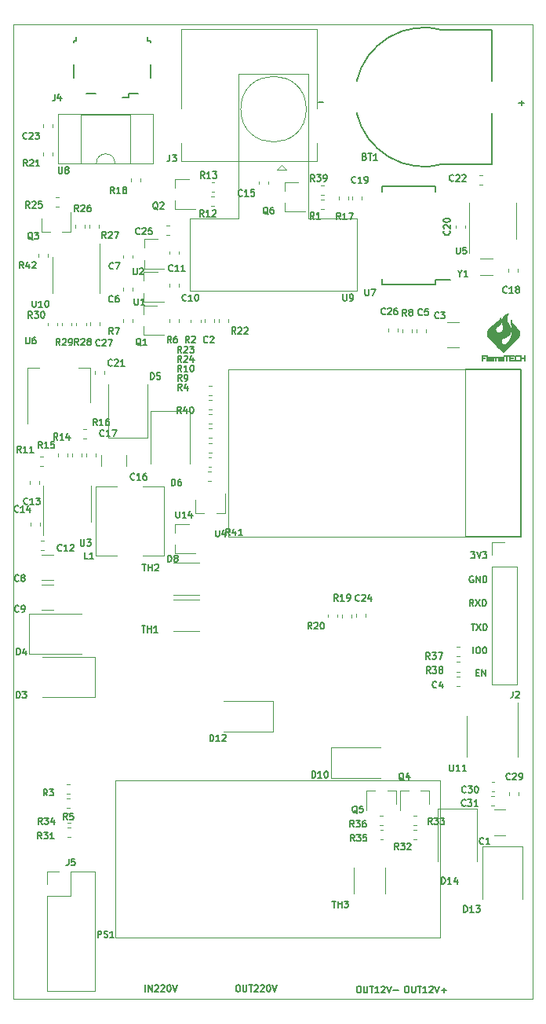
<source format=gbr>
%TF.GenerationSoftware,KiCad,Pcbnew,5.1.6-c6e7f7d~87~ubuntu20.04.1*%
%TF.CreationDate,2020-11-14T10:44:13+07:00*%
%TF.ProjectId,pas-slave-camera-hw,7061732d-736c-4617-9665-2d63616d6572,rev?*%
%TF.SameCoordinates,Original*%
%TF.FileFunction,Legend,Top*%
%TF.FilePolarity,Positive*%
%FSLAX46Y46*%
G04 Gerber Fmt 4.6, Leading zero omitted, Abs format (unit mm)*
G04 Created by KiCad (PCBNEW 5.1.6-c6e7f7d~87~ubuntu20.04.1) date 2020-11-14 10:44:13*
%MOMM*%
%LPD*%
G01*
G04 APERTURE LIST*
%ADD10C,0.150000*%
%ADD11C,0.120000*%
%ADD12C,0.010000*%
%ADD13C,0.050000*%
%ADD14C,0.127000*%
G04 APERTURE END LIST*
D10*
X340876200Y-146047666D02*
X341009533Y-146047666D01*
X341076200Y-146081000D01*
X341142866Y-146147666D01*
X341176200Y-146281000D01*
X341176200Y-146514333D01*
X341142866Y-146647666D01*
X341076200Y-146714333D01*
X341009533Y-146747666D01*
X340876200Y-146747666D01*
X340809533Y-146714333D01*
X340742866Y-146647666D01*
X340709533Y-146514333D01*
X340709533Y-146281000D01*
X340742866Y-146147666D01*
X340809533Y-146081000D01*
X340876200Y-146047666D01*
X341476200Y-146047666D02*
X341476200Y-146614333D01*
X341509533Y-146681000D01*
X341542866Y-146714333D01*
X341609533Y-146747666D01*
X341742866Y-146747666D01*
X341809533Y-146714333D01*
X341842866Y-146681000D01*
X341876200Y-146614333D01*
X341876200Y-146047666D01*
X342109533Y-146047666D02*
X342509533Y-146047666D01*
X342309533Y-146747666D02*
X342309533Y-146047666D01*
X343109533Y-146747666D02*
X342709533Y-146747666D01*
X342909533Y-146747666D02*
X342909533Y-146047666D01*
X342842866Y-146147666D01*
X342776200Y-146214333D01*
X342709533Y-146247666D01*
X343376200Y-146114333D02*
X343409533Y-146081000D01*
X343476200Y-146047666D01*
X343642866Y-146047666D01*
X343709533Y-146081000D01*
X343742866Y-146114333D01*
X343776200Y-146181000D01*
X343776200Y-146247666D01*
X343742866Y-146347666D01*
X343342866Y-146747666D01*
X343776200Y-146747666D01*
X343976200Y-146047666D02*
X344209533Y-146747666D01*
X344442866Y-146047666D01*
X344676200Y-146481000D02*
X345209533Y-146481000D01*
X346057800Y-146022266D02*
X346191133Y-146022266D01*
X346257800Y-146055600D01*
X346324466Y-146122266D01*
X346357800Y-146255600D01*
X346357800Y-146488933D01*
X346324466Y-146622266D01*
X346257800Y-146688933D01*
X346191133Y-146722266D01*
X346057800Y-146722266D01*
X345991133Y-146688933D01*
X345924466Y-146622266D01*
X345891133Y-146488933D01*
X345891133Y-146255600D01*
X345924466Y-146122266D01*
X345991133Y-146055600D01*
X346057800Y-146022266D01*
X346657800Y-146022266D02*
X346657800Y-146588933D01*
X346691133Y-146655600D01*
X346724466Y-146688933D01*
X346791133Y-146722266D01*
X346924466Y-146722266D01*
X346991133Y-146688933D01*
X347024466Y-146655600D01*
X347057800Y-146588933D01*
X347057800Y-146022266D01*
X347291133Y-146022266D02*
X347691133Y-146022266D01*
X347491133Y-146722266D02*
X347491133Y-146022266D01*
X348291133Y-146722266D02*
X347891133Y-146722266D01*
X348091133Y-146722266D02*
X348091133Y-146022266D01*
X348024466Y-146122266D01*
X347957800Y-146188933D01*
X347891133Y-146222266D01*
X348557800Y-146088933D02*
X348591133Y-146055600D01*
X348657800Y-146022266D01*
X348824466Y-146022266D01*
X348891133Y-146055600D01*
X348924466Y-146088933D01*
X348957800Y-146155600D01*
X348957800Y-146222266D01*
X348924466Y-146322266D01*
X348524466Y-146722266D01*
X348957800Y-146722266D01*
X349157800Y-146022266D02*
X349391133Y-146722266D01*
X349624466Y-146022266D01*
X349857800Y-146455600D02*
X350391133Y-146455600D01*
X350124466Y-146722266D02*
X350124466Y-146188933D01*
X327839320Y-145913046D02*
X327972653Y-145913046D01*
X328039320Y-145946380D01*
X328105986Y-146013046D01*
X328139320Y-146146380D01*
X328139320Y-146379713D01*
X328105986Y-146513046D01*
X328039320Y-146579713D01*
X327972653Y-146613046D01*
X327839320Y-146613046D01*
X327772653Y-146579713D01*
X327705986Y-146513046D01*
X327672653Y-146379713D01*
X327672653Y-146146380D01*
X327705986Y-146013046D01*
X327772653Y-145946380D01*
X327839320Y-145913046D01*
X328439320Y-145913046D02*
X328439320Y-146479713D01*
X328472653Y-146546380D01*
X328505986Y-146579713D01*
X328572653Y-146613046D01*
X328705986Y-146613046D01*
X328772653Y-146579713D01*
X328805986Y-146546380D01*
X328839320Y-146479713D01*
X328839320Y-145913046D01*
X329072653Y-145913046D02*
X329472653Y-145913046D01*
X329272653Y-146613046D02*
X329272653Y-145913046D01*
X329672653Y-145979713D02*
X329705986Y-145946380D01*
X329772653Y-145913046D01*
X329939320Y-145913046D01*
X330005986Y-145946380D01*
X330039320Y-145979713D01*
X330072653Y-146046380D01*
X330072653Y-146113046D01*
X330039320Y-146213046D01*
X329639320Y-146613046D01*
X330072653Y-146613046D01*
X330339320Y-145979713D02*
X330372653Y-145946380D01*
X330439320Y-145913046D01*
X330605986Y-145913046D01*
X330672653Y-145946380D01*
X330705986Y-145979713D01*
X330739320Y-146046380D01*
X330739320Y-146113046D01*
X330705986Y-146213046D01*
X330305986Y-146613046D01*
X330739320Y-146613046D01*
X331172653Y-145913046D02*
X331239320Y-145913046D01*
X331305986Y-145946380D01*
X331339320Y-145979713D01*
X331372653Y-146046380D01*
X331405986Y-146179713D01*
X331405986Y-146346380D01*
X331372653Y-146479713D01*
X331339320Y-146546380D01*
X331305986Y-146579713D01*
X331239320Y-146613046D01*
X331172653Y-146613046D01*
X331105986Y-146579713D01*
X331072653Y-146546380D01*
X331039320Y-146479713D01*
X331005986Y-146346380D01*
X331005986Y-146179713D01*
X331039320Y-146046380D01*
X331072653Y-145979713D01*
X331105986Y-145946380D01*
X331172653Y-145913046D01*
X331605986Y-145913046D02*
X331839320Y-146613046D01*
X332072653Y-145913046D01*
X317885653Y-146613046D02*
X317885653Y-145913046D01*
X318218986Y-146613046D02*
X318218986Y-145913046D01*
X318618986Y-146613046D01*
X318618986Y-145913046D01*
X318918986Y-145979713D02*
X318952320Y-145946380D01*
X319018986Y-145913046D01*
X319185653Y-145913046D01*
X319252320Y-145946380D01*
X319285653Y-145979713D01*
X319318986Y-146046380D01*
X319318986Y-146113046D01*
X319285653Y-146213046D01*
X318885653Y-146613046D01*
X319318986Y-146613046D01*
X319585653Y-145979713D02*
X319618986Y-145946380D01*
X319685653Y-145913046D01*
X319852320Y-145913046D01*
X319918986Y-145946380D01*
X319952320Y-145979713D01*
X319985653Y-146046380D01*
X319985653Y-146113046D01*
X319952320Y-146213046D01*
X319552320Y-146613046D01*
X319985653Y-146613046D01*
X320418986Y-145913046D02*
X320485653Y-145913046D01*
X320552320Y-145946380D01*
X320585653Y-145979713D01*
X320618986Y-146046380D01*
X320652320Y-146179713D01*
X320652320Y-146346380D01*
X320618986Y-146479713D01*
X320585653Y-146546380D01*
X320552320Y-146579713D01*
X320485653Y-146613046D01*
X320418986Y-146613046D01*
X320352320Y-146579713D01*
X320318986Y-146546380D01*
X320285653Y-146479713D01*
X320252320Y-146346380D01*
X320252320Y-146179713D01*
X320285653Y-146046380D01*
X320318986Y-145979713D01*
X320352320Y-145946380D01*
X320418986Y-145913046D01*
X320852320Y-145913046D02*
X321085653Y-146613046D01*
X321318986Y-145913046D01*
X353046773Y-99235466D02*
X353480106Y-99235466D01*
X353246773Y-99502133D01*
X353346773Y-99502133D01*
X353413440Y-99535466D01*
X353446773Y-99568800D01*
X353480106Y-99635466D01*
X353480106Y-99802133D01*
X353446773Y-99868800D01*
X353413440Y-99902133D01*
X353346773Y-99935466D01*
X353146773Y-99935466D01*
X353080106Y-99902133D01*
X353046773Y-99868800D01*
X353680106Y-99235466D02*
X353913440Y-99935466D01*
X354146773Y-99235466D01*
X354313440Y-99235466D02*
X354746773Y-99235466D01*
X354513440Y-99502133D01*
X354613440Y-99502133D01*
X354680106Y-99535466D01*
X354713440Y-99568800D01*
X354746773Y-99635466D01*
X354746773Y-99802133D01*
X354713440Y-99868800D01*
X354680106Y-99902133D01*
X354613440Y-99935466D01*
X354413440Y-99935466D01*
X354346773Y-99902133D01*
X354313440Y-99868800D01*
X353283586Y-101885000D02*
X353216920Y-101851666D01*
X353116920Y-101851666D01*
X353016920Y-101885000D01*
X352950253Y-101951666D01*
X352916920Y-102018333D01*
X352883586Y-102151666D01*
X352883586Y-102251666D01*
X352916920Y-102385000D01*
X352950253Y-102451666D01*
X353016920Y-102518333D01*
X353116920Y-102551666D01*
X353183586Y-102551666D01*
X353283586Y-102518333D01*
X353316920Y-102485000D01*
X353316920Y-102251666D01*
X353183586Y-102251666D01*
X353616920Y-102551666D02*
X353616920Y-101851666D01*
X354016920Y-102551666D01*
X354016920Y-101851666D01*
X354350253Y-102551666D02*
X354350253Y-101851666D01*
X354516920Y-101851666D01*
X354616920Y-101885000D01*
X354683586Y-101951666D01*
X354716920Y-102018333D01*
X354750253Y-102151666D01*
X354750253Y-102251666D01*
X354716920Y-102385000D01*
X354683586Y-102451666D01*
X354616920Y-102518333D01*
X354516920Y-102551666D01*
X354350253Y-102551666D01*
X353314693Y-105071346D02*
X353081360Y-104738013D01*
X352914693Y-105071346D02*
X352914693Y-104371346D01*
X353181360Y-104371346D01*
X353248026Y-104404680D01*
X353281360Y-104438013D01*
X353314693Y-104504680D01*
X353314693Y-104604680D01*
X353281360Y-104671346D01*
X353248026Y-104704680D01*
X353181360Y-104738013D01*
X352914693Y-104738013D01*
X353548026Y-104371346D02*
X354014693Y-105071346D01*
X354014693Y-104371346D02*
X353548026Y-105071346D01*
X354281360Y-105071346D02*
X354281360Y-104371346D01*
X354448026Y-104371346D01*
X354548026Y-104404680D01*
X354614693Y-104471346D01*
X354648026Y-104538013D01*
X354681360Y-104671346D01*
X354681360Y-104771346D01*
X354648026Y-104904680D01*
X354614693Y-104971346D01*
X354548026Y-105038013D01*
X354448026Y-105071346D01*
X354281360Y-105071346D01*
X353085986Y-106987546D02*
X353485986Y-106987546D01*
X353285986Y-107687546D02*
X353285986Y-106987546D01*
X353652653Y-106987546D02*
X354119320Y-107687546D01*
X354119320Y-106987546D02*
X353652653Y-107687546D01*
X354385986Y-107687546D02*
X354385986Y-106987546D01*
X354552653Y-106987546D01*
X354652653Y-107020880D01*
X354719320Y-107087546D01*
X354752653Y-107154213D01*
X354785986Y-107287546D01*
X354785986Y-107387546D01*
X354752653Y-107520880D01*
X354719320Y-107587546D01*
X354652653Y-107654213D01*
X354552653Y-107687546D01*
X354385986Y-107687546D01*
X353289640Y-110181826D02*
X353289640Y-109481826D01*
X353756306Y-109481826D02*
X353889640Y-109481826D01*
X353956306Y-109515160D01*
X354022973Y-109581826D01*
X354056306Y-109715160D01*
X354056306Y-109948493D01*
X354022973Y-110081826D01*
X353956306Y-110148493D01*
X353889640Y-110181826D01*
X353756306Y-110181826D01*
X353689640Y-110148493D01*
X353622973Y-110081826D01*
X353589640Y-109948493D01*
X353589640Y-109715160D01*
X353622973Y-109581826D01*
X353689640Y-109515160D01*
X353756306Y-109481826D01*
X354489640Y-109481826D02*
X354556306Y-109481826D01*
X354622973Y-109515160D01*
X354656306Y-109548493D01*
X354689640Y-109615160D01*
X354722973Y-109748493D01*
X354722973Y-109915160D01*
X354689640Y-110048493D01*
X354656306Y-110115160D01*
X354622973Y-110148493D01*
X354556306Y-110181826D01*
X354489640Y-110181826D01*
X354422973Y-110148493D01*
X354389640Y-110115160D01*
X354356306Y-110048493D01*
X354322973Y-109915160D01*
X354322973Y-109748493D01*
X354356306Y-109615160D01*
X354389640Y-109548493D01*
X354422973Y-109515160D01*
X354489640Y-109481826D01*
X353589813Y-112238320D02*
X353823146Y-112238320D01*
X353923146Y-112604986D02*
X353589813Y-112604986D01*
X353589813Y-111904986D01*
X353923146Y-111904986D01*
X354223146Y-112604986D02*
X354223146Y-111904986D01*
X354623146Y-112604986D01*
X354623146Y-111904986D01*
D11*
%TO.C,R42*%
X306372800Y-67434779D02*
X306372800Y-67109221D01*
X307392800Y-67434779D02*
X307392800Y-67109221D01*
%TO.C,U14*%
X323336800Y-95106520D02*
X324266800Y-95106520D01*
X326496800Y-95106520D02*
X325566800Y-95106520D01*
X326496800Y-95106520D02*
X326496800Y-92946520D01*
X323336800Y-95106520D02*
X323336800Y-93646520D01*
%TO.C,R41*%
X325028779Y-89025000D02*
X324703221Y-89025000D01*
X325028779Y-90045000D02*
X324703221Y-90045000D01*
%TO.C,R40*%
X324677721Y-91569000D02*
X325003279Y-91569000D01*
X324677721Y-90549000D02*
X325003279Y-90549000D01*
%TO.C,R5*%
X309763279Y-125834680D02*
X309437721Y-125834680D01*
X309763279Y-126854680D02*
X309437721Y-126854680D01*
%TO.C,J5*%
X307264760Y-133696400D02*
X308594760Y-133696400D01*
X307264760Y-135026400D02*
X307264760Y-133696400D01*
X309864760Y-133696400D02*
X312464760Y-133696400D01*
X309864760Y-136296400D02*
X309864760Y-133696400D01*
X307264760Y-136296400D02*
X309864760Y-136296400D01*
X312464760Y-133696400D02*
X312464760Y-146516400D01*
X307264760Y-136296400D02*
X307264760Y-146516400D01*
X307264760Y-146516400D02*
X312464760Y-146516400D01*
%TO.C,U13*%
X303682400Y-147421600D02*
X303682400Y-42421600D01*
X303682400Y-42421600D02*
X359682400Y-42421600D01*
X359682400Y-42421600D02*
X359682400Y-147421600D01*
X359682400Y-147421600D02*
X303682400Y-147421600D01*
%TO.C,U11*%
X358127200Y-119161560D02*
X358127200Y-115511560D01*
X358127200Y-119161560D02*
X358127200Y-121361560D01*
X352607200Y-119161560D02*
X352607200Y-116961560D01*
X352607200Y-119161560D02*
X352607200Y-121361560D01*
%TO.C,C4*%
X351795299Y-111117920D02*
X351469741Y-111117920D01*
X351795299Y-112137920D02*
X351469741Y-112137920D01*
%TO.C,C10*%
X320500280Y-70350261D02*
X320500280Y-70675819D01*
X321520280Y-70350261D02*
X321520280Y-70675819D01*
%TO.C,L1*%
X317655400Y-92215480D02*
X319955400Y-92215480D01*
X319955400Y-92215480D02*
X319955400Y-99615480D01*
X319955400Y-99615480D02*
X317655400Y-99615480D01*
X314855400Y-99615480D02*
X312555400Y-99615480D01*
X312555400Y-99615480D02*
X312555400Y-92215480D01*
X312555400Y-92215480D02*
X314855400Y-92215480D01*
%TO.C,U9*%
X335274214Y-51550773D02*
G75*
G03*
X335274214Y-51550773I-3535534J0D01*
G01*
X335488680Y-63365240D02*
X340738680Y-63365240D01*
X335488680Y-47777240D02*
X335488680Y-63365240D01*
X327988680Y-47777240D02*
X335488680Y-47777240D01*
X322738680Y-71115240D02*
X340738680Y-71115240D01*
X322738680Y-63365240D02*
X322738680Y-71115240D01*
X322738680Y-63365240D02*
X327988680Y-63365240D01*
X327988680Y-47777240D02*
X327988680Y-63365240D01*
X340738680Y-63365240D02*
X340738680Y-71115240D01*
%TO.C,J3*%
X332100000Y-58060340D02*
X333100000Y-58060340D01*
X332600000Y-57560340D02*
X332100000Y-58060340D01*
X333100000Y-58060340D02*
X332600000Y-57560340D01*
X321740000Y-55200340D02*
X321740000Y-57180340D01*
X336460000Y-57180340D02*
X336460000Y-55200340D01*
X336460000Y-57180340D02*
X321740000Y-57180340D01*
X321740000Y-51500340D02*
X321740000Y-42960340D01*
X336460000Y-42960340D02*
X321740000Y-42960340D01*
X336460000Y-51500340D02*
X336460000Y-42960340D01*
%TO.C,C1*%
X355569436Y-127037000D02*
X356773564Y-127037000D01*
X355569436Y-129757000D02*
X356773564Y-129757000D01*
%TO.C,D12*%
X331715320Y-118611920D02*
X331715320Y-115311920D01*
X331715320Y-115311920D02*
X326315320Y-115311920D01*
X331715320Y-118611920D02*
X326315320Y-118611920D01*
%TO.C,D10*%
X337918600Y-120295400D02*
X337918600Y-123595400D01*
X337918600Y-123595400D02*
X343318600Y-123595400D01*
X337918600Y-120295400D02*
X343318600Y-120295400D01*
%TO.C,PS1*%
X314678000Y-123824000D02*
X349678000Y-123824000D01*
X314678000Y-123824000D02*
X314678000Y-140824000D01*
X349678000Y-123824000D02*
X349678000Y-140824000D01*
X314678000Y-140824000D02*
X349678000Y-140824000D01*
D12*
%TO.C,U12*%
G36*
X357061028Y-73579368D02*
G01*
X357035501Y-73618644D01*
X357014106Y-73648972D01*
X357013927Y-73649205D01*
X356999119Y-73675052D01*
X356977198Y-73721032D01*
X356952632Y-73777716D01*
X356949984Y-73784142D01*
X356930934Y-73833069D01*
X356918040Y-73875465D01*
X356910093Y-73919675D01*
X356905880Y-73974042D01*
X356904190Y-74046912D01*
X356903886Y-74101642D01*
X356904223Y-74189644D01*
X356906512Y-74254095D01*
X356911856Y-74303181D01*
X356921359Y-74345091D01*
X356936122Y-74388010D01*
X356945694Y-74412094D01*
X356978002Y-74481330D01*
X357019866Y-74557759D01*
X357056819Y-74616638D01*
X357100815Y-74681076D01*
X357147411Y-74749572D01*
X357182717Y-74801676D01*
X357247629Y-74918059D01*
X357290213Y-75044412D01*
X357312133Y-75186849D01*
X357316087Y-75292267D01*
X357314510Y-75383317D01*
X357308825Y-75453745D01*
X357297604Y-75514568D01*
X357279417Y-75576802D01*
X357279012Y-75578017D01*
X357217536Y-75718253D01*
X357132347Y-75847620D01*
X357027920Y-75961863D01*
X356908731Y-76056728D01*
X356779253Y-76127959D01*
X356658206Y-76168213D01*
X356548814Y-76197836D01*
X356465450Y-76232109D01*
X356402408Y-76274648D01*
X356353982Y-76329069D01*
X356323593Y-76380305D01*
X356288150Y-76472541D01*
X356281271Y-76558949D01*
X356302696Y-76647007D01*
X356313368Y-76672186D01*
X356370397Y-76767109D01*
X356442333Y-76834175D01*
X356530293Y-76874124D01*
X356635394Y-76887697D01*
X356638210Y-76887705D01*
X356719277Y-76880172D01*
X356791277Y-76855225D01*
X356860481Y-76809335D01*
X356933156Y-76738977D01*
X356963111Y-76704946D01*
X357037661Y-76615668D01*
X357096124Y-76540729D01*
X357144444Y-76471611D01*
X357188569Y-76399794D01*
X357234446Y-76316758D01*
X357235635Y-76314525D01*
X357315945Y-76149496D01*
X357376267Y-75990929D01*
X357418527Y-75830722D01*
X357444650Y-75660772D01*
X357456561Y-75472976D01*
X357457797Y-75379580D01*
X357455216Y-75230355D01*
X357446447Y-75103364D01*
X357430101Y-74989454D01*
X357404789Y-74879473D01*
X357369121Y-74764268D01*
X357360720Y-74740072D01*
X357322211Y-74599129D01*
X357311116Y-74472930D01*
X357327475Y-74362005D01*
X357331508Y-74349073D01*
X357349873Y-74303947D01*
X357367648Y-74276945D01*
X357377163Y-74272761D01*
X357388374Y-74290584D01*
X357398766Y-74330628D01*
X357404781Y-74372788D01*
X357416758Y-74439845D01*
X357437032Y-74507160D01*
X357450330Y-74538205D01*
X357473972Y-74573102D01*
X357518994Y-74627747D01*
X357583615Y-74700167D01*
X357666054Y-74788393D01*
X357764530Y-74890454D01*
X357816219Y-74943017D01*
X357925653Y-75054569D01*
X358014476Y-75147758D01*
X358085099Y-75226089D01*
X358139929Y-75293065D01*
X358181378Y-75352191D01*
X358211853Y-75406971D01*
X358233766Y-75460907D01*
X358249524Y-75517506D01*
X358261538Y-75580269D01*
X358263685Y-75593756D01*
X358272457Y-75747445D01*
X358249991Y-75895569D01*
X358196193Y-76038747D01*
X358194664Y-76041831D01*
X358182174Y-76065073D01*
X358166524Y-76089957D01*
X358146011Y-76118302D01*
X358118936Y-76151926D01*
X358083598Y-76192648D01*
X358038294Y-76242287D01*
X357981324Y-76302659D01*
X357910986Y-76375585D01*
X357825580Y-76462883D01*
X357723405Y-76566371D01*
X357602758Y-76687868D01*
X357461940Y-76829192D01*
X357400761Y-76890501D01*
X357272535Y-77018652D01*
X357149751Y-77140766D01*
X357034430Y-77254874D01*
X356928588Y-77359007D01*
X356834243Y-77451196D01*
X356753413Y-77529472D01*
X356688117Y-77591867D01*
X356640371Y-77636412D01*
X356612195Y-77661138D01*
X356607011Y-77664944D01*
X356551147Y-77691273D01*
X356501802Y-77693166D01*
X356446834Y-77670530D01*
X356435025Y-77663613D01*
X356410152Y-77643973D01*
X356365579Y-77603852D01*
X356303651Y-77545617D01*
X356226714Y-77471634D01*
X356137113Y-77384269D01*
X356037196Y-77285891D01*
X355929307Y-77178865D01*
X355815792Y-77065559D01*
X355698998Y-76948338D01*
X355581269Y-76829569D01*
X355464953Y-76711620D01*
X355352393Y-76596856D01*
X355245938Y-76487645D01*
X355147932Y-76386353D01*
X355060720Y-76295347D01*
X354986650Y-76216994D01*
X354928067Y-76153660D01*
X354887316Y-76107712D01*
X354866744Y-76081516D01*
X354866537Y-76081182D01*
X354809220Y-75958453D01*
X354776858Y-75822844D01*
X354769515Y-75681183D01*
X354787255Y-75540299D01*
X354830143Y-75407023D01*
X354859640Y-75347830D01*
X354914068Y-75269058D01*
X354996272Y-75175901D01*
X355105897Y-75068690D01*
X355242583Y-74947753D01*
X355405974Y-74813419D01*
X355595713Y-74666018D01*
X355617462Y-74649561D01*
X355766564Y-74533200D01*
X355889931Y-74428150D01*
X355990269Y-74331603D01*
X356070281Y-74240753D01*
X356132671Y-74152791D01*
X356179769Y-74065720D01*
X356202500Y-74020865D01*
X356221618Y-73990679D01*
X356230748Y-73982580D01*
X356243116Y-73997013D01*
X356258213Y-74035289D01*
X356273935Y-74089871D01*
X356288178Y-74153220D01*
X356298837Y-74217799D01*
X356300665Y-74232977D01*
X356301141Y-74333277D01*
X356284577Y-74444851D01*
X356253756Y-74554174D01*
X356217512Y-74636929D01*
X356155968Y-74727323D01*
X356072727Y-74816548D01*
X355976889Y-74895706D01*
X355907152Y-74940378D01*
X355807191Y-75006341D01*
X355736638Y-75077000D01*
X355693176Y-75155717D01*
X355674492Y-75245852D01*
X355673373Y-75279851D01*
X355688130Y-75382239D01*
X355728652Y-75470961D01*
X355790813Y-75543044D01*
X355870481Y-75595513D01*
X355963529Y-75625395D01*
X356065827Y-75629716D01*
X356140248Y-75616075D01*
X356193654Y-75589988D01*
X356254441Y-75542794D01*
X356315526Y-75481647D01*
X356369826Y-75413702D01*
X356410257Y-75346116D01*
X356412730Y-75340830D01*
X356448166Y-75250440D01*
X356476265Y-75154080D01*
X356493946Y-75063788D01*
X356498525Y-75005392D01*
X356493485Y-74962639D01*
X356479887Y-74899687D01*
X356460015Y-74826177D01*
X356443764Y-74774115D01*
X356399858Y-74617262D01*
X356378399Y-74474702D01*
X356379220Y-74338438D01*
X356402158Y-74200474D01*
X356429899Y-74102854D01*
X356463862Y-74024987D01*
X356515905Y-73937198D01*
X356579137Y-73849175D01*
X356646672Y-73770609D01*
X356704292Y-73716906D01*
X356777727Y-73664788D01*
X356861481Y-73615781D01*
X356945274Y-73575208D01*
X357018823Y-73548394D01*
X357039235Y-73543444D01*
X357089734Y-73533345D01*
X357061028Y-73579368D01*
G37*
X357061028Y-73579368D02*
X357035501Y-73618644D01*
X357014106Y-73648972D01*
X357013927Y-73649205D01*
X356999119Y-73675052D01*
X356977198Y-73721032D01*
X356952632Y-73777716D01*
X356949984Y-73784142D01*
X356930934Y-73833069D01*
X356918040Y-73875465D01*
X356910093Y-73919675D01*
X356905880Y-73974042D01*
X356904190Y-74046912D01*
X356903886Y-74101642D01*
X356904223Y-74189644D01*
X356906512Y-74254095D01*
X356911856Y-74303181D01*
X356921359Y-74345091D01*
X356936122Y-74388010D01*
X356945694Y-74412094D01*
X356978002Y-74481330D01*
X357019866Y-74557759D01*
X357056819Y-74616638D01*
X357100815Y-74681076D01*
X357147411Y-74749572D01*
X357182717Y-74801676D01*
X357247629Y-74918059D01*
X357290213Y-75044412D01*
X357312133Y-75186849D01*
X357316087Y-75292267D01*
X357314510Y-75383317D01*
X357308825Y-75453745D01*
X357297604Y-75514568D01*
X357279417Y-75576802D01*
X357279012Y-75578017D01*
X357217536Y-75718253D01*
X357132347Y-75847620D01*
X357027920Y-75961863D01*
X356908731Y-76056728D01*
X356779253Y-76127959D01*
X356658206Y-76168213D01*
X356548814Y-76197836D01*
X356465450Y-76232109D01*
X356402408Y-76274648D01*
X356353982Y-76329069D01*
X356323593Y-76380305D01*
X356288150Y-76472541D01*
X356281271Y-76558949D01*
X356302696Y-76647007D01*
X356313368Y-76672186D01*
X356370397Y-76767109D01*
X356442333Y-76834175D01*
X356530293Y-76874124D01*
X356635394Y-76887697D01*
X356638210Y-76887705D01*
X356719277Y-76880172D01*
X356791277Y-76855225D01*
X356860481Y-76809335D01*
X356933156Y-76738977D01*
X356963111Y-76704946D01*
X357037661Y-76615668D01*
X357096124Y-76540729D01*
X357144444Y-76471611D01*
X357188569Y-76399794D01*
X357234446Y-76316758D01*
X357235635Y-76314525D01*
X357315945Y-76149496D01*
X357376267Y-75990929D01*
X357418527Y-75830722D01*
X357444650Y-75660772D01*
X357456561Y-75472976D01*
X357457797Y-75379580D01*
X357455216Y-75230355D01*
X357446447Y-75103364D01*
X357430101Y-74989454D01*
X357404789Y-74879473D01*
X357369121Y-74764268D01*
X357360720Y-74740072D01*
X357322211Y-74599129D01*
X357311116Y-74472930D01*
X357327475Y-74362005D01*
X357331508Y-74349073D01*
X357349873Y-74303947D01*
X357367648Y-74276945D01*
X357377163Y-74272761D01*
X357388374Y-74290584D01*
X357398766Y-74330628D01*
X357404781Y-74372788D01*
X357416758Y-74439845D01*
X357437032Y-74507160D01*
X357450330Y-74538205D01*
X357473972Y-74573102D01*
X357518994Y-74627747D01*
X357583615Y-74700167D01*
X357666054Y-74788393D01*
X357764530Y-74890454D01*
X357816219Y-74943017D01*
X357925653Y-75054569D01*
X358014476Y-75147758D01*
X358085099Y-75226089D01*
X358139929Y-75293065D01*
X358181378Y-75352191D01*
X358211853Y-75406971D01*
X358233766Y-75460907D01*
X358249524Y-75517506D01*
X358261538Y-75580269D01*
X358263685Y-75593756D01*
X358272457Y-75747445D01*
X358249991Y-75895569D01*
X358196193Y-76038747D01*
X358194664Y-76041831D01*
X358182174Y-76065073D01*
X358166524Y-76089957D01*
X358146011Y-76118302D01*
X358118936Y-76151926D01*
X358083598Y-76192648D01*
X358038294Y-76242287D01*
X357981324Y-76302659D01*
X357910986Y-76375585D01*
X357825580Y-76462883D01*
X357723405Y-76566371D01*
X357602758Y-76687868D01*
X357461940Y-76829192D01*
X357400761Y-76890501D01*
X357272535Y-77018652D01*
X357149751Y-77140766D01*
X357034430Y-77254874D01*
X356928588Y-77359007D01*
X356834243Y-77451196D01*
X356753413Y-77529472D01*
X356688117Y-77591867D01*
X356640371Y-77636412D01*
X356612195Y-77661138D01*
X356607011Y-77664944D01*
X356551147Y-77691273D01*
X356501802Y-77693166D01*
X356446834Y-77670530D01*
X356435025Y-77663613D01*
X356410152Y-77643973D01*
X356365579Y-77603852D01*
X356303651Y-77545617D01*
X356226714Y-77471634D01*
X356137113Y-77384269D01*
X356037196Y-77285891D01*
X355929307Y-77178865D01*
X355815792Y-77065559D01*
X355698998Y-76948338D01*
X355581269Y-76829569D01*
X355464953Y-76711620D01*
X355352393Y-76596856D01*
X355245938Y-76487645D01*
X355147932Y-76386353D01*
X355060720Y-76295347D01*
X354986650Y-76216994D01*
X354928067Y-76153660D01*
X354887316Y-76107712D01*
X354866744Y-76081516D01*
X354866537Y-76081182D01*
X354809220Y-75958453D01*
X354776858Y-75822844D01*
X354769515Y-75681183D01*
X354787255Y-75540299D01*
X354830143Y-75407023D01*
X354859640Y-75347830D01*
X354914068Y-75269058D01*
X354996272Y-75175901D01*
X355105897Y-75068690D01*
X355242583Y-74947753D01*
X355405974Y-74813419D01*
X355595713Y-74666018D01*
X355617462Y-74649561D01*
X355766564Y-74533200D01*
X355889931Y-74428150D01*
X355990269Y-74331603D01*
X356070281Y-74240753D01*
X356132671Y-74152791D01*
X356179769Y-74065720D01*
X356202500Y-74020865D01*
X356221618Y-73990679D01*
X356230748Y-73982580D01*
X356243116Y-73997013D01*
X356258213Y-74035289D01*
X356273935Y-74089871D01*
X356288178Y-74153220D01*
X356298837Y-74217799D01*
X356300665Y-74232977D01*
X356301141Y-74333277D01*
X356284577Y-74444851D01*
X356253756Y-74554174D01*
X356217512Y-74636929D01*
X356155968Y-74727323D01*
X356072727Y-74816548D01*
X355976889Y-74895706D01*
X355907152Y-74940378D01*
X355807191Y-75006341D01*
X355736638Y-75077000D01*
X355693176Y-75155717D01*
X355674492Y-75245852D01*
X355673373Y-75279851D01*
X355688130Y-75382239D01*
X355728652Y-75470961D01*
X355790813Y-75543044D01*
X355870481Y-75595513D01*
X355963529Y-75625395D01*
X356065827Y-75629716D01*
X356140248Y-75616075D01*
X356193654Y-75589988D01*
X356254441Y-75542794D01*
X356315526Y-75481647D01*
X356369826Y-75413702D01*
X356410257Y-75346116D01*
X356412730Y-75340830D01*
X356448166Y-75250440D01*
X356476265Y-75154080D01*
X356493946Y-75063788D01*
X356498525Y-75005392D01*
X356493485Y-74962639D01*
X356479887Y-74899687D01*
X356460015Y-74826177D01*
X356443764Y-74774115D01*
X356399858Y-74617262D01*
X356378399Y-74474702D01*
X356379220Y-74338438D01*
X356402158Y-74200474D01*
X356429899Y-74102854D01*
X356463862Y-74024987D01*
X356515905Y-73937198D01*
X356579137Y-73849175D01*
X356646672Y-73770609D01*
X356704292Y-73716906D01*
X356777727Y-73664788D01*
X356861481Y-73615781D01*
X356945274Y-73575208D01*
X357018823Y-73548394D01*
X357039235Y-73543444D01*
X357089734Y-73533345D01*
X357061028Y-73579368D01*
G36*
X358879775Y-78618080D02*
G01*
X358784525Y-78618080D01*
X358784525Y-78411705D01*
X358419400Y-78411705D01*
X358419400Y-78618080D01*
X358323382Y-78618080D01*
X358327734Y-78352173D01*
X358332087Y-78086267D01*
X358375028Y-78081313D01*
X358397118Y-78079933D01*
X358410253Y-78086456D01*
X358417212Y-78107365D01*
X358420771Y-78149140D01*
X358422653Y-78192438D01*
X358427337Y-78308517D01*
X358783113Y-78317481D01*
X358787787Y-78201874D01*
X358790763Y-78142319D01*
X358795577Y-78107411D01*
X358805071Y-78090061D01*
X358822084Y-78083183D01*
X358836118Y-78081244D01*
X358879775Y-78076221D01*
X358879775Y-78618080D01*
G37*
X358879775Y-78618080D02*
X358784525Y-78618080D01*
X358784525Y-78411705D01*
X358419400Y-78411705D01*
X358419400Y-78618080D01*
X358323382Y-78618080D01*
X358327734Y-78352173D01*
X358332087Y-78086267D01*
X358375028Y-78081313D01*
X358397118Y-78079933D01*
X358410253Y-78086456D01*
X358417212Y-78107365D01*
X358420771Y-78149140D01*
X358422653Y-78192438D01*
X358427337Y-78308517D01*
X358783113Y-78317481D01*
X358787787Y-78201874D01*
X358790763Y-78142319D01*
X358795577Y-78107411D01*
X358805071Y-78090061D01*
X358822084Y-78083183D01*
X358836118Y-78081244D01*
X358879775Y-78076221D01*
X358879775Y-78618080D01*
G36*
X358260650Y-78172684D02*
G01*
X358042368Y-78177100D01*
X357824087Y-78181517D01*
X357824087Y-78530767D01*
X358042368Y-78535184D01*
X358260650Y-78539600D01*
X358260650Y-78618080D01*
X357772176Y-78618080D01*
X357745272Y-78577019D01*
X357733768Y-78554318D01*
X357726440Y-78524136D01*
X357722727Y-78480257D01*
X357722067Y-78416465D01*
X357723603Y-78337456D01*
X357726298Y-78247545D01*
X357731815Y-78181273D01*
X357744446Y-78135038D01*
X357768481Y-78105235D01*
X357808211Y-78088262D01*
X357867928Y-78080517D01*
X357951922Y-78078396D01*
X358032221Y-78078330D01*
X358260650Y-78078330D01*
X358260650Y-78172684D01*
G37*
X358260650Y-78172684D02*
X358042368Y-78177100D01*
X357824087Y-78181517D01*
X357824087Y-78530767D01*
X358042368Y-78535184D01*
X358260650Y-78539600D01*
X358260650Y-78618080D01*
X357772176Y-78618080D01*
X357745272Y-78577019D01*
X357733768Y-78554318D01*
X357726440Y-78524136D01*
X357722727Y-78480257D01*
X357722067Y-78416465D01*
X357723603Y-78337456D01*
X357726298Y-78247545D01*
X357731815Y-78181273D01*
X357744446Y-78135038D01*
X357768481Y-78105235D01*
X357808211Y-78088262D01*
X357867928Y-78080517D01*
X357951922Y-78078396D01*
X358032221Y-78078330D01*
X358260650Y-78078330D01*
X358260650Y-78172684D01*
G36*
X357673275Y-78172631D02*
G01*
X357470868Y-78177074D01*
X357268462Y-78181517D01*
X357268462Y-78308517D01*
X357432181Y-78313052D01*
X357595899Y-78317587D01*
X357590931Y-78360677D01*
X357585962Y-78403767D01*
X357422319Y-78408301D01*
X357258675Y-78412836D01*
X357263569Y-78471801D01*
X357268462Y-78530767D01*
X357470868Y-78535210D01*
X357673275Y-78539653D01*
X357673275Y-78618080D01*
X357164507Y-78618080D01*
X357168859Y-78352173D01*
X357173212Y-78086267D01*
X357423243Y-78081895D01*
X357673275Y-78077523D01*
X357673275Y-78172631D01*
G37*
X357673275Y-78172631D02*
X357470868Y-78177074D01*
X357268462Y-78181517D01*
X357268462Y-78308517D01*
X357432181Y-78313052D01*
X357595899Y-78317587D01*
X357590931Y-78360677D01*
X357585962Y-78403767D01*
X357422319Y-78408301D01*
X357258675Y-78412836D01*
X357263569Y-78471801D01*
X357268462Y-78530767D01*
X357470868Y-78535210D01*
X357673275Y-78539653D01*
X357673275Y-78618080D01*
X357164507Y-78618080D01*
X357168859Y-78352173D01*
X357173212Y-78086267D01*
X357423243Y-78081895D01*
X357673275Y-78077523D01*
X357673275Y-78172631D01*
G36*
X356859681Y-78081914D02*
G01*
X357125587Y-78086267D01*
X357130610Y-78129923D01*
X357135633Y-78173580D01*
X356911275Y-78173580D01*
X356911275Y-78618080D01*
X356816920Y-78618080D01*
X356812504Y-78399798D01*
X356808087Y-78181517D01*
X356593775Y-78172129D01*
X356593775Y-78077562D01*
X356859681Y-78081914D01*
G37*
X356859681Y-78081914D02*
X357125587Y-78086267D01*
X357130610Y-78129923D01*
X357135633Y-78173580D01*
X356911275Y-78173580D01*
X356911275Y-78618080D01*
X356816920Y-78618080D01*
X356812504Y-78399798D01*
X356808087Y-78181517D01*
X356593775Y-78172129D01*
X356593775Y-78077562D01*
X356859681Y-78081914D01*
G36*
X356411218Y-78190473D02*
G01*
X356472402Y-78195861D01*
X356511604Y-78209115D01*
X356533702Y-78233733D01*
X356543573Y-78273214D01*
X356546095Y-78331054D01*
X356546150Y-78349338D01*
X356546150Y-78459330D01*
X356370420Y-78459330D01*
X356293932Y-78459565D01*
X356243848Y-78461016D01*
X356214823Y-78464802D01*
X356201513Y-78472041D01*
X356198572Y-78483853D01*
X356199764Y-78495048D01*
X356203682Y-78510861D01*
X356213901Y-78521375D01*
X356236170Y-78527907D01*
X356276239Y-78531773D01*
X356339856Y-78534289D01*
X356375493Y-78535273D01*
X356450695Y-78537495D01*
X356499744Y-78540353D01*
X356528229Y-78545278D01*
X356541738Y-78553699D01*
X356545859Y-78567044D01*
X356546150Y-78578929D01*
X356546150Y-78618080D01*
X356349656Y-78618080D01*
X356264407Y-78617413D01*
X356205362Y-78614972D01*
X356166994Y-78610092D01*
X356143776Y-78602109D01*
X356131375Y-78591855D01*
X356117322Y-78558099D01*
X356107882Y-78502379D01*
X356103242Y-78434168D01*
X356103592Y-78362943D01*
X356106881Y-78324392D01*
X356196900Y-78324392D01*
X356198253Y-78344075D01*
X356206632Y-78355861D01*
X356228514Y-78361774D01*
X356270377Y-78363839D01*
X356323900Y-78364080D01*
X356386886Y-78363657D01*
X356424601Y-78361038D01*
X356443523Y-78354200D01*
X356450129Y-78341118D01*
X356450900Y-78324392D01*
X356449546Y-78304709D01*
X356441167Y-78292923D01*
X356419285Y-78287010D01*
X356377422Y-78284945D01*
X356323900Y-78284705D01*
X356260913Y-78285127D01*
X356223198Y-78287746D01*
X356204276Y-78294584D01*
X356197670Y-78307666D01*
X356196900Y-78324392D01*
X356106881Y-78324392D01*
X356109118Y-78298179D01*
X356120010Y-78249350D01*
X356124369Y-78239193D01*
X356150090Y-78189455D01*
X356323173Y-78189455D01*
X356411218Y-78190473D01*
G37*
X356411218Y-78190473D02*
X356472402Y-78195861D01*
X356511604Y-78209115D01*
X356533702Y-78233733D01*
X356543573Y-78273214D01*
X356546095Y-78331054D01*
X356546150Y-78349338D01*
X356546150Y-78459330D01*
X356370420Y-78459330D01*
X356293932Y-78459565D01*
X356243848Y-78461016D01*
X356214823Y-78464802D01*
X356201513Y-78472041D01*
X356198572Y-78483853D01*
X356199764Y-78495048D01*
X356203682Y-78510861D01*
X356213901Y-78521375D01*
X356236170Y-78527907D01*
X356276239Y-78531773D01*
X356339856Y-78534289D01*
X356375493Y-78535273D01*
X356450695Y-78537495D01*
X356499744Y-78540353D01*
X356528229Y-78545278D01*
X356541738Y-78553699D01*
X356545859Y-78567044D01*
X356546150Y-78578929D01*
X356546150Y-78618080D01*
X356349656Y-78618080D01*
X356264407Y-78617413D01*
X356205362Y-78614972D01*
X356166994Y-78610092D01*
X356143776Y-78602109D01*
X356131375Y-78591855D01*
X356117322Y-78558099D01*
X356107882Y-78502379D01*
X356103242Y-78434168D01*
X356103592Y-78362943D01*
X356106881Y-78324392D01*
X356196900Y-78324392D01*
X356198253Y-78344075D01*
X356206632Y-78355861D01*
X356228514Y-78361774D01*
X356270377Y-78363839D01*
X356323900Y-78364080D01*
X356386886Y-78363657D01*
X356424601Y-78361038D01*
X356443523Y-78354200D01*
X356450129Y-78341118D01*
X356450900Y-78324392D01*
X356449546Y-78304709D01*
X356441167Y-78292923D01*
X356419285Y-78287010D01*
X356377422Y-78284945D01*
X356323900Y-78284705D01*
X356260913Y-78285127D01*
X356223198Y-78287746D01*
X356204276Y-78294584D01*
X356197670Y-78307666D01*
X356196900Y-78324392D01*
X356106881Y-78324392D01*
X356109118Y-78298179D01*
X356120010Y-78249350D01*
X356124369Y-78239193D01*
X356150090Y-78189455D01*
X356323173Y-78189455D01*
X356411218Y-78190473D01*
G36*
X355803441Y-78189472D02*
G01*
X355891287Y-78191322D01*
X355955175Y-78197704D01*
X355998994Y-78211316D01*
X356026636Y-78234855D01*
X356041990Y-78271021D01*
X356048947Y-78322511D01*
X356051395Y-78392023D01*
X356052296Y-78442313D01*
X356055732Y-78618080D01*
X355959885Y-78618080D01*
X355950837Y-78292642D01*
X355768275Y-78283120D01*
X355768275Y-78618080D01*
X355673025Y-78618080D01*
X355673025Y-78283120D01*
X355581743Y-78287881D01*
X355490462Y-78292642D01*
X355481414Y-78618080D01*
X355387275Y-78618080D01*
X355387275Y-78189455D01*
X355687747Y-78189455D01*
X355803441Y-78189472D01*
G37*
X355803441Y-78189472D02*
X355891287Y-78191322D01*
X355955175Y-78197704D01*
X355998994Y-78211316D01*
X356026636Y-78234855D01*
X356041990Y-78271021D01*
X356048947Y-78322511D01*
X356051395Y-78392023D01*
X356052296Y-78442313D01*
X356055732Y-78618080D01*
X355959885Y-78618080D01*
X355950837Y-78292642D01*
X355768275Y-78283120D01*
X355768275Y-78618080D01*
X355673025Y-78618080D01*
X355673025Y-78283120D01*
X355581743Y-78287881D01*
X355490462Y-78292642D01*
X355481414Y-78618080D01*
X355387275Y-78618080D01*
X355387275Y-78189455D01*
X355687747Y-78189455D01*
X355803441Y-78189472D01*
G36*
X355088564Y-78189698D02*
G01*
X355165509Y-78190785D01*
X355231665Y-78193569D01*
X355280117Y-78197633D01*
X355303951Y-78202559D01*
X355304221Y-78202720D01*
X355327889Y-78235280D01*
X355344411Y-78297757D01*
X355353584Y-78389084D01*
X355355525Y-78471131D01*
X355355525Y-78618080D01*
X355151093Y-78618080D01*
X355063613Y-78617423D01*
X355002551Y-78615053D01*
X354962596Y-78610369D01*
X354938437Y-78602773D01*
X354925521Y-78592606D01*
X354913400Y-78563890D01*
X354903210Y-78514932D01*
X354900354Y-78488434D01*
X354990400Y-78488434D01*
X354993605Y-78513320D01*
X355007171Y-78528349D01*
X355037020Y-78535473D01*
X355089077Y-78536649D01*
X355132561Y-78535345D01*
X355193779Y-78532244D01*
X355230161Y-78527260D01*
X355248622Y-78518160D01*
X355256074Y-78502714D01*
X355257410Y-78495048D01*
X355258317Y-78477807D01*
X355251032Y-78467254D01*
X355229546Y-78461749D01*
X355187849Y-78459654D01*
X355126441Y-78459330D01*
X355060221Y-78460015D01*
X355019644Y-78462940D01*
X354998616Y-78469409D01*
X354991044Y-78480726D01*
X354990400Y-78488434D01*
X354900354Y-78488434D01*
X354897950Y-78466143D01*
X354891519Y-78365153D01*
X355071928Y-78360648D01*
X355149882Y-78358327D01*
X355201479Y-78355283D01*
X355232109Y-78350433D01*
X355247164Y-78342694D01*
X355252032Y-78330983D01*
X355252337Y-78324392D01*
X355250010Y-78310373D01*
X355239388Y-78300753D01*
X355215011Y-78294294D01*
X355171418Y-78289752D01*
X355103147Y-78285887D01*
X355077712Y-78284705D01*
X354903087Y-78276767D01*
X354893041Y-78189455D01*
X355088564Y-78189698D01*
G37*
X355088564Y-78189698D02*
X355165509Y-78190785D01*
X355231665Y-78193569D01*
X355280117Y-78197633D01*
X355303951Y-78202559D01*
X355304221Y-78202720D01*
X355327889Y-78235280D01*
X355344411Y-78297757D01*
X355353584Y-78389084D01*
X355355525Y-78471131D01*
X355355525Y-78618080D01*
X355151093Y-78618080D01*
X355063613Y-78617423D01*
X355002551Y-78615053D01*
X354962596Y-78610369D01*
X354938437Y-78602773D01*
X354925521Y-78592606D01*
X354913400Y-78563890D01*
X354903210Y-78514932D01*
X354900354Y-78488434D01*
X354990400Y-78488434D01*
X354993605Y-78513320D01*
X355007171Y-78528349D01*
X355037020Y-78535473D01*
X355089077Y-78536649D01*
X355132561Y-78535345D01*
X355193779Y-78532244D01*
X355230161Y-78527260D01*
X355248622Y-78518160D01*
X355256074Y-78502714D01*
X355257410Y-78495048D01*
X355258317Y-78477807D01*
X355251032Y-78467254D01*
X355229546Y-78461749D01*
X355187849Y-78459654D01*
X355126441Y-78459330D01*
X355060221Y-78460015D01*
X355019644Y-78462940D01*
X354998616Y-78469409D01*
X354991044Y-78480726D01*
X354990400Y-78488434D01*
X354900354Y-78488434D01*
X354897950Y-78466143D01*
X354891519Y-78365153D01*
X355071928Y-78360648D01*
X355149882Y-78358327D01*
X355201479Y-78355283D01*
X355232109Y-78350433D01*
X355247164Y-78342694D01*
X355252032Y-78330983D01*
X355252337Y-78324392D01*
X355250010Y-78310373D01*
X355239388Y-78300753D01*
X355215011Y-78294294D01*
X355171418Y-78289752D01*
X355103147Y-78285887D01*
X355077712Y-78284705D01*
X354903087Y-78276767D01*
X354893041Y-78189455D01*
X355088564Y-78189698D01*
G36*
X354776087Y-78054517D02*
G01*
X354780483Y-78289156D01*
X354784879Y-78523794D01*
X354832077Y-78533234D01*
X354867118Y-78546600D01*
X354878961Y-78572447D01*
X354879275Y-78580376D01*
X354876377Y-78602845D01*
X354862281Y-78614018D01*
X354828884Y-78617773D01*
X354800458Y-78618080D01*
X354748550Y-78615039D01*
X354718935Y-78603975D01*
X354705208Y-78587373D01*
X354699312Y-78560657D01*
X354694433Y-78507752D01*
X354690890Y-78434209D01*
X354689001Y-78345581D01*
X354688775Y-78300569D01*
X354688775Y-78044471D01*
X354776087Y-78054517D01*
G37*
X354776087Y-78054517D02*
X354780483Y-78289156D01*
X354784879Y-78523794D01*
X354832077Y-78533234D01*
X354867118Y-78546600D01*
X354878961Y-78572447D01*
X354879275Y-78580376D01*
X354876377Y-78602845D01*
X354862281Y-78614018D01*
X354828884Y-78617773D01*
X354800458Y-78618080D01*
X354748550Y-78615039D01*
X354718935Y-78603975D01*
X354705208Y-78587373D01*
X354699312Y-78560657D01*
X354694433Y-78507752D01*
X354690890Y-78434209D01*
X354689001Y-78345581D01*
X354688775Y-78300569D01*
X354688775Y-78044471D01*
X354776087Y-78054517D01*
G36*
X354406993Y-78081885D02*
G01*
X354649087Y-78086267D01*
X354654110Y-78129923D01*
X354659133Y-78173580D01*
X354260150Y-78173580D01*
X354260150Y-78316455D01*
X354579758Y-78316455D01*
X354569712Y-78403767D01*
X354414931Y-78408311D01*
X354260150Y-78412854D01*
X354260150Y-78618080D01*
X354164900Y-78618080D01*
X354164900Y-78077503D01*
X354406993Y-78081885D01*
G37*
X354406993Y-78081885D02*
X354649087Y-78086267D01*
X354654110Y-78129923D01*
X354659133Y-78173580D01*
X354260150Y-78173580D01*
X354260150Y-78316455D01*
X354579758Y-78316455D01*
X354569712Y-78403767D01*
X354414931Y-78408311D01*
X354260150Y-78412854D01*
X354260150Y-78618080D01*
X354164900Y-78618080D01*
X354164900Y-78077503D01*
X354406993Y-78081885D01*
D11*
%TO.C,R4*%
X325064239Y-87513700D02*
X324738681Y-87513700D01*
X325064239Y-88533700D02*
X324738681Y-88533700D01*
%TO.C,U5*%
X352832900Y-63618600D02*
X352832900Y-67068600D01*
X352832900Y-63618600D02*
X352832900Y-61668600D01*
X357952900Y-63618600D02*
X357952900Y-65568600D01*
X357952900Y-63618600D02*
X357952900Y-61668600D01*
%TO.C,Y1*%
X355417900Y-67668600D02*
X354067900Y-67668600D01*
X355417900Y-69418600D02*
X354067900Y-69418600D01*
%TO.C,U10*%
X307858480Y-69450180D02*
X307858480Y-71400180D01*
X307858480Y-69450180D02*
X307858480Y-67500180D01*
X312978480Y-69450180D02*
X312978480Y-71400180D01*
X312978480Y-69450180D02*
X312978480Y-66000180D01*
%TO.C,U8*%
X314623960Y-57362400D02*
X316273960Y-57362400D01*
X316273960Y-57362400D02*
X316273960Y-52162400D01*
X316273960Y-52162400D02*
X310973960Y-52162400D01*
X310973960Y-52162400D02*
X310973960Y-57362400D01*
X310973960Y-57362400D02*
X312623960Y-57362400D01*
X318763960Y-57422400D02*
X318763960Y-52102400D01*
X318763960Y-52102400D02*
X308483960Y-52102400D01*
X308483960Y-52102400D02*
X308483960Y-57422400D01*
X308483960Y-57422400D02*
X318763960Y-57422400D01*
X312623960Y-57362400D02*
G75*
G02*
X314623960Y-57362400I1000000J0D01*
G01*
%TO.C,U3*%
X312025000Y-94025000D02*
X312025000Y-92075000D01*
X312025000Y-94025000D02*
X312025000Y-95975000D01*
X306905000Y-94025000D02*
X306905000Y-92075000D01*
X306905000Y-94025000D02*
X306905000Y-97475000D01*
%TO.C,TH3*%
X343797200Y-136053152D02*
X343797200Y-133280648D01*
X340377200Y-136053152D02*
X340377200Y-133280648D01*
%TO.C,TH2*%
X320937208Y-100433560D02*
X323709712Y-100433560D01*
X320937208Y-103853560D02*
X323709712Y-103853560D01*
%TO.C,TH1*%
X320952448Y-104365480D02*
X323724952Y-104365480D01*
X320952448Y-107785480D02*
X323724952Y-107785480D01*
%TO.C,Q2*%
X321125820Y-59110760D02*
X321125820Y-60040760D01*
X321125820Y-62270760D02*
X321125820Y-61340760D01*
X321125820Y-62270760D02*
X323285820Y-62270760D01*
X321125820Y-59110760D02*
X322585820Y-59110760D01*
%TO.C,Q1*%
X317716900Y-72693600D02*
X317716900Y-73623600D01*
X317716900Y-75853600D02*
X317716900Y-74923600D01*
X317716900Y-75853600D02*
X319876900Y-75853600D01*
X317716900Y-72693600D02*
X319176900Y-72693600D01*
D10*
%TO.C,J4*%
X318460000Y-48130000D02*
X318460000Y-46730000D01*
X318460000Y-44330000D02*
X318460000Y-44180000D01*
X318460000Y-44180000D02*
X318160000Y-44180000D01*
X318160000Y-44180000D02*
X318160000Y-43730000D01*
X310460000Y-43730000D02*
X310460000Y-44180000D01*
X310460000Y-44180000D02*
X310160000Y-44180000D01*
X310160000Y-44180000D02*
X310160000Y-44330000D01*
X310160000Y-46730000D02*
X310160000Y-48130000D01*
X315385000Y-50305000D02*
X316110000Y-50305000D01*
X316110000Y-50305000D02*
X316110000Y-49880000D01*
X316110000Y-49880000D02*
X317110000Y-49880000D01*
X312510000Y-49880000D02*
X311510000Y-49880000D01*
%TO.C,U7*%
X349217400Y-69905400D02*
X350817400Y-69905400D01*
X349217400Y-59830400D02*
X343467400Y-59830400D01*
X349217400Y-70480400D02*
X343467400Y-70480400D01*
X349217400Y-59830400D02*
X349217400Y-60480400D01*
X343467400Y-59830400D02*
X343467400Y-60480400D01*
X343467400Y-70480400D02*
X343467400Y-69830400D01*
X349217400Y-70480400D02*
X349217400Y-69905400D01*
D11*
%TO.C,U6*%
X305165000Y-85425000D02*
X305165000Y-79415000D01*
X311985000Y-83175000D02*
X311985000Y-79415000D01*
X305165000Y-79415000D02*
X306425000Y-79415000D01*
X311985000Y-79415000D02*
X310725000Y-79415000D01*
D13*
%TO.C,U4*%
X326854260Y-97588640D02*
X326854260Y-79588640D01*
X352384260Y-97588640D02*
X326854260Y-97588640D01*
X352384260Y-79588640D02*
X352384260Y-97588640D01*
X326854260Y-79588640D02*
X352384260Y-79588640D01*
D10*
X352439260Y-79571640D02*
X358408260Y-79571640D01*
X352439260Y-97605640D02*
X358408260Y-97605640D01*
X358408260Y-97605640D02*
X358408260Y-79571640D01*
D11*
%TO.C,U2*%
X317767700Y-65547080D02*
X319227700Y-65547080D01*
X317767700Y-68707080D02*
X319927700Y-68707080D01*
X317767700Y-68707080D02*
X317767700Y-67777080D01*
X317767700Y-65547080D02*
X317767700Y-66477080D01*
%TO.C,U1*%
X317742300Y-69115660D02*
X319202300Y-69115660D01*
X317742300Y-72275660D02*
X319902300Y-72275660D01*
X317742300Y-72275660D02*
X317742300Y-71345660D01*
X317742300Y-69115660D02*
X317742300Y-70045660D01*
%TO.C,R39*%
X336860481Y-60753420D02*
X337186039Y-60753420D01*
X336860481Y-59733420D02*
X337186039Y-59733420D01*
%TO.C,R38*%
X351469641Y-113669540D02*
X351795199Y-113669540D01*
X351469641Y-112649540D02*
X351795199Y-112649540D01*
%TO.C,R37*%
X351472381Y-110519940D02*
X351797939Y-110519940D01*
X351472381Y-109499940D02*
X351797939Y-109499940D01*
%TO.C,R36*%
X343191721Y-128712740D02*
X343517279Y-128712740D01*
X343191721Y-127692740D02*
X343517279Y-127692740D01*
%TO.C,R35*%
X343241721Y-130237740D02*
X343567279Y-130237740D01*
X343241721Y-129217740D02*
X343567279Y-129217740D01*
%TO.C,R34*%
X309832059Y-127432340D02*
X309506501Y-127432340D01*
X309832059Y-128452340D02*
X309506501Y-128452340D01*
%TO.C,R33*%
X346816321Y-128712340D02*
X347141879Y-128712340D01*
X346816321Y-127692340D02*
X347141879Y-127692340D01*
%TO.C,R32*%
X346816321Y-130237340D02*
X347141879Y-130237340D01*
X346816321Y-129217340D02*
X347141879Y-129217340D01*
%TO.C,R31*%
X309825459Y-128963320D02*
X309499901Y-128963320D01*
X309825459Y-129983320D02*
X309499901Y-129983320D01*
%TO.C,R30*%
X307358320Y-74556301D02*
X307358320Y-74881859D01*
X308378320Y-74556301D02*
X308378320Y-74881859D01*
%TO.C,R29*%
X308895020Y-74553961D02*
X308895020Y-74879519D01*
X309915020Y-74553961D02*
X309915020Y-74879519D01*
%TO.C,R28*%
X311489820Y-74879519D02*
X311489820Y-74553961D01*
X310469820Y-74879519D02*
X310469820Y-74553961D01*
%TO.C,R27*%
X311895240Y-64019541D02*
X311895240Y-64345099D01*
X312915240Y-64019541D02*
X312915240Y-64345099D01*
%TO.C,R26*%
X310380920Y-64033081D02*
X310380920Y-64358639D01*
X311400920Y-64033081D02*
X311400920Y-64358639D01*
%TO.C,R25*%
X308544079Y-61008800D02*
X308218521Y-61008800D01*
X308544079Y-62028800D02*
X308218521Y-62028800D01*
%TO.C,R24*%
X324738541Y-83910380D02*
X325064099Y-83910380D01*
X324738541Y-82890380D02*
X325064099Y-82890380D01*
%TO.C,R23*%
X324738541Y-82385380D02*
X325064099Y-82385380D01*
X324738541Y-81365380D02*
X325064099Y-81365380D01*
%TO.C,R22*%
X326882220Y-74506139D02*
X326882220Y-74180581D01*
X325862220Y-74506139D02*
X325862220Y-74180581D01*
%TO.C,R21*%
X307888100Y-56568559D02*
X307888100Y-56243001D01*
X306868100Y-56568559D02*
X306868100Y-56243001D01*
%TO.C,R20*%
X338627260Y-106286459D02*
X338627260Y-105960901D01*
X337607260Y-106286459D02*
X337607260Y-105960901D01*
%TO.C,R19*%
X340152260Y-106311459D02*
X340152260Y-105985901D01*
X339132260Y-106311459D02*
X339132260Y-105985901D01*
%TO.C,R18*%
X316370240Y-58993921D02*
X316370240Y-59319479D01*
X317390240Y-58993921D02*
X317390240Y-59319479D01*
%TO.C,R17*%
X339790020Y-61292879D02*
X339790020Y-60967321D01*
X338770020Y-61292879D02*
X338770020Y-60967321D01*
%TO.C,R16*%
X311210741Y-87014780D02*
X311536299Y-87014780D01*
X311210741Y-85994780D02*
X311536299Y-85994780D01*
%TO.C,R15*%
X309470000Y-88942779D02*
X309470000Y-88617221D01*
X308450000Y-88942779D02*
X308450000Y-88617221D01*
%TO.C,R14*%
X309980000Y-88644721D02*
X309980000Y-88970279D01*
X311000000Y-88644721D02*
X311000000Y-88970279D01*
%TO.C,R13*%
X325042541Y-60427020D02*
X325368099Y-60427020D01*
X325042541Y-59407020D02*
X325368099Y-59407020D01*
%TO.C,R12*%
X325012541Y-61997020D02*
X325338099Y-61997020D01*
X325012541Y-60977020D02*
X325338099Y-60977020D01*
%TO.C,R11*%
X306862199Y-88993900D02*
X306536641Y-88993900D01*
X306862199Y-90013900D02*
X306536641Y-90013900D01*
%TO.C,R10*%
X324740441Y-85445080D02*
X325065999Y-85445080D01*
X324740441Y-84425080D02*
X325065999Y-84425080D01*
%TO.C,R9*%
X324738681Y-86984300D02*
X325064239Y-86984300D01*
X324738681Y-85964300D02*
X325064239Y-85964300D01*
%TO.C,R8*%
X346670800Y-75562279D02*
X346670800Y-75236721D01*
X345650800Y-75562279D02*
X345650800Y-75236721D01*
%TO.C,R7*%
X316511400Y-74470479D02*
X316511400Y-74144921D01*
X315491400Y-74470479D02*
X315491400Y-74144921D01*
%TO.C,R6*%
X321494880Y-74495779D02*
X321494880Y-74170221D01*
X320474880Y-74495779D02*
X320474880Y-74170221D01*
%TO.C,R3*%
X309771099Y-124303060D02*
X309445541Y-124303060D01*
X309771099Y-125323060D02*
X309445541Y-125323060D01*
%TO.C,R2*%
X323854540Y-74533879D02*
X323854540Y-74208321D01*
X322834540Y-74533879D02*
X322834540Y-74208321D01*
%TO.C,R1*%
X336862981Y-62313420D02*
X337188539Y-62313420D01*
X336862981Y-61293420D02*
X337188539Y-61293420D01*
%TO.C,Q6*%
X332961200Y-59420600D02*
X334421200Y-59420600D01*
X332961200Y-62580600D02*
X335121200Y-62580600D01*
X332961200Y-62580600D02*
X332961200Y-61650600D01*
X332961200Y-59420600D02*
X332961200Y-60350600D01*
%TO.C,Q5*%
X344947000Y-124942740D02*
X344947000Y-126402740D01*
X341787000Y-124942740D02*
X341787000Y-127102740D01*
X341787000Y-124942740D02*
X342717000Y-124942740D01*
X344947000Y-124942740D02*
X344017000Y-124942740D01*
%TO.C,Q4*%
X348521600Y-124942340D02*
X348521600Y-126402340D01*
X345361600Y-124942340D02*
X345361600Y-127102340D01*
X345361600Y-124942340D02*
X346291600Y-124942340D01*
X348521600Y-124942340D02*
X347591600Y-124942340D01*
%TO.C,Q3*%
X306692180Y-64773840D02*
X306692180Y-63313840D01*
X309852180Y-64773840D02*
X309852180Y-62613840D01*
X309852180Y-64773840D02*
X308922180Y-64773840D01*
X306692180Y-64773840D02*
X307622180Y-64773840D01*
%TO.C,J2*%
X355313940Y-98192280D02*
X356643940Y-98192280D01*
X355313940Y-99522280D02*
X355313940Y-98192280D01*
X355313940Y-100792280D02*
X357973940Y-100792280D01*
X357973940Y-100792280D02*
X357973940Y-113552280D01*
X355313940Y-100792280D02*
X355313940Y-113552280D01*
X355313940Y-113552280D02*
X357973940Y-113552280D01*
%TO.C,D14*%
X353726640Y-126901860D02*
X353726640Y-132601860D01*
X349426640Y-126901860D02*
X349426640Y-132601860D01*
X353726640Y-126901860D02*
X349426640Y-126901860D01*
%TO.C,D13*%
X358613600Y-130934000D02*
X358613600Y-136634000D01*
X354313600Y-130934000D02*
X354313600Y-136634000D01*
X358613600Y-130934000D02*
X354313600Y-130934000D01*
%TO.C,D8*%
X321124800Y-96225200D02*
X322584800Y-96225200D01*
X321124800Y-99385200D02*
X323284800Y-99385200D01*
X321124800Y-99385200D02*
X321124800Y-98455200D01*
X321124800Y-96225200D02*
X321124800Y-97155200D01*
%TO.C,D6*%
X322748800Y-84029200D02*
X322748800Y-89729200D01*
X318448800Y-84029200D02*
X318448800Y-89729200D01*
X322748800Y-84029200D02*
X318448800Y-84029200D01*
%TO.C,D5*%
X313864100Y-86926880D02*
X313864100Y-81226880D01*
X318164100Y-86926880D02*
X318164100Y-81226880D01*
X313864100Y-86926880D02*
X318164100Y-86926880D01*
%TO.C,D4*%
X305366180Y-105947320D02*
X311066180Y-105947320D01*
X305366180Y-110247320D02*
X311066180Y-110247320D01*
X305366180Y-105947320D02*
X305366180Y-110247320D01*
%TO.C,D3*%
X312466180Y-114885360D02*
X306766180Y-114885360D01*
X312466180Y-110585360D02*
X306766180Y-110585360D01*
X312466180Y-114885360D02*
X312466180Y-110585360D01*
%TO.C,C31*%
X355256981Y-126567660D02*
X355582539Y-126567660D01*
X355256981Y-125547660D02*
X355582539Y-125547660D01*
%TO.C,C30*%
X355264401Y-125041120D02*
X355589959Y-125041120D01*
X355264401Y-124021120D02*
X355589959Y-124021120D01*
%TO.C,C29*%
X358205500Y-125448279D02*
X358205500Y-125122721D01*
X357185500Y-125448279D02*
X357185500Y-125122721D01*
%TO.C,C27*%
X311960800Y-74538721D02*
X311960800Y-74864279D01*
X312980800Y-74538721D02*
X312980800Y-74864279D01*
%TO.C,C26*%
X345129580Y-75547279D02*
X345129580Y-75221721D01*
X344109580Y-75547279D02*
X344109580Y-75221721D01*
%TO.C,C25*%
X320466939Y-64059340D02*
X320141381Y-64059340D01*
X320466939Y-65079340D02*
X320141381Y-65079340D01*
%TO.C,C24*%
X341700580Y-106273719D02*
X341700580Y-105948161D01*
X340680580Y-106273719D02*
X340680580Y-105948161D01*
%TO.C,C23*%
X307862620Y-53513499D02*
X307862620Y-53187941D01*
X306842620Y-53513499D02*
X306842620Y-53187941D01*
%TO.C,C22*%
X353967621Y-59653600D02*
X354293179Y-59653600D01*
X353967621Y-58633600D02*
X354293179Y-58633600D01*
%TO.C,C21*%
X312456100Y-79770921D02*
X312456100Y-80096479D01*
X313476100Y-79770921D02*
X313476100Y-80096479D01*
%TO.C,C20*%
X352406680Y-64379159D02*
X352406680Y-64053601D01*
X351386680Y-64379159D02*
X351386680Y-64053601D01*
%TO.C,C19*%
X341290020Y-61305379D02*
X341290020Y-60979821D01*
X340270020Y-61305379D02*
X340270020Y-60979821D01*
%TO.C,C18*%
X357057900Y-68743321D02*
X357057900Y-69068879D01*
X358077900Y-68743321D02*
X358077900Y-69068879D01*
%TO.C,C17*%
X312560000Y-88945279D02*
X312560000Y-88619721D01*
X311540000Y-88945279D02*
X311540000Y-88619721D01*
%TO.C,C16*%
X315872960Y-89994364D02*
X315872960Y-88790236D01*
X313152960Y-89994364D02*
X313152960Y-88790236D01*
%TO.C,C15*%
X330192920Y-59308881D02*
X330192920Y-59634439D01*
X331212920Y-59308881D02*
X331212920Y-59634439D01*
%TO.C,C14*%
X305490000Y-96099721D02*
X305490000Y-96425279D01*
X306510000Y-96099721D02*
X306510000Y-96425279D01*
%TO.C,C13*%
X305465000Y-91637221D02*
X305465000Y-91962779D01*
X306485000Y-91637221D02*
X306485000Y-91962779D01*
%TO.C,C12*%
X306918679Y-98069940D02*
X306593121Y-98069940D01*
X306918679Y-99089940D02*
X306593121Y-99089940D01*
%TO.C,C11*%
X320525680Y-66845061D02*
X320525680Y-67170619D01*
X321545680Y-66845061D02*
X321545680Y-67170619D01*
%TO.C,C9*%
X307945064Y-102792700D02*
X306740936Y-102792700D01*
X307945064Y-105512700D02*
X306740936Y-105512700D01*
%TO.C,C8*%
X307945064Y-99559280D02*
X306740936Y-99559280D01*
X307945064Y-102279280D02*
X306740936Y-102279280D01*
%TO.C,C7*%
X315529500Y-67269041D02*
X315529500Y-67594599D01*
X316549500Y-67269041D02*
X316549500Y-67594599D01*
%TO.C,C6*%
X315504100Y-70817421D02*
X315504100Y-71142979D01*
X316524100Y-70817421D02*
X316524100Y-71142979D01*
%TO.C,C5*%
X348220800Y-75567279D02*
X348220800Y-75241721D01*
X347200800Y-75567279D02*
X347200800Y-75241721D01*
%TO.C,C3*%
X350520376Y-77247580D02*
X351724504Y-77247580D01*
X350520376Y-74527580D02*
X351724504Y-74527580D01*
%TO.C,C2*%
X325368380Y-74526359D02*
X325368380Y-74200801D01*
X324348380Y-74526359D02*
X324348380Y-74200801D01*
D14*
%TO.C,BT1*%
X355301120Y-51946280D02*
X355301120Y-57446280D01*
X355301120Y-48546280D02*
X355301120Y-43046280D01*
X350101120Y-57446280D02*
X355301120Y-57446280D01*
X350101120Y-43046280D02*
X355301120Y-43046280D01*
X350101121Y-57446280D02*
G75*
G02*
X340701120Y-51946280I-2090348J7210134D01*
G01*
X340701119Y-48546281D02*
G75*
G02*
X350101120Y-43046280I7309654J-1710133D01*
G01*
%TO.C,R42*%
D10*
X304756400Y-68693466D02*
X304523066Y-68360133D01*
X304356400Y-68693466D02*
X304356400Y-67993466D01*
X304623066Y-67993466D01*
X304689733Y-68026800D01*
X304723066Y-68060133D01*
X304756400Y-68126800D01*
X304756400Y-68226800D01*
X304723066Y-68293466D01*
X304689733Y-68326800D01*
X304623066Y-68360133D01*
X304356400Y-68360133D01*
X305356400Y-68226800D02*
X305356400Y-68693466D01*
X305189733Y-67960133D02*
X305023066Y-68460133D01*
X305456400Y-68460133D01*
X305689733Y-68060133D02*
X305723066Y-68026800D01*
X305789733Y-67993466D01*
X305956400Y-67993466D01*
X306023066Y-68026800D01*
X306056400Y-68060133D01*
X306089733Y-68126800D01*
X306089733Y-68193466D01*
X306056400Y-68293466D01*
X305656400Y-68693466D01*
X306089733Y-68693466D01*
%TO.C,U14*%
X321205333Y-94866666D02*
X321205333Y-95433333D01*
X321238666Y-95500000D01*
X321272000Y-95533333D01*
X321338666Y-95566666D01*
X321472000Y-95566666D01*
X321538666Y-95533333D01*
X321572000Y-95500000D01*
X321605333Y-95433333D01*
X321605333Y-94866666D01*
X322305333Y-95566666D02*
X321905333Y-95566666D01*
X322105333Y-95566666D02*
X322105333Y-94866666D01*
X322038666Y-94966666D01*
X321972000Y-95033333D01*
X321905333Y-95066666D01*
X322905333Y-95100000D02*
X322905333Y-95566666D01*
X322738666Y-94833333D02*
X322572000Y-95333333D01*
X323005333Y-95333333D01*
%TO.C,R41*%
X327039720Y-97466586D02*
X326806386Y-97133253D01*
X326639720Y-97466586D02*
X326639720Y-96766586D01*
X326906386Y-96766586D01*
X326973053Y-96799920D01*
X327006386Y-96833253D01*
X327039720Y-96899920D01*
X327039720Y-96999920D01*
X327006386Y-97066586D01*
X326973053Y-97099920D01*
X326906386Y-97133253D01*
X326639720Y-97133253D01*
X327639720Y-96999920D02*
X327639720Y-97466586D01*
X327473053Y-96733253D02*
X327306386Y-97233253D01*
X327739720Y-97233253D01*
X328373053Y-97466586D02*
X327973053Y-97466586D01*
X328173053Y-97466586D02*
X328173053Y-96766586D01*
X328106386Y-96866586D01*
X328039720Y-96933253D01*
X327973053Y-96966586D01*
%TO.C,R40*%
X321763480Y-84315366D02*
X321530146Y-83982033D01*
X321363480Y-84315366D02*
X321363480Y-83615366D01*
X321630146Y-83615366D01*
X321696813Y-83648700D01*
X321730146Y-83682033D01*
X321763480Y-83748700D01*
X321763480Y-83848700D01*
X321730146Y-83915366D01*
X321696813Y-83948700D01*
X321630146Y-83982033D01*
X321363480Y-83982033D01*
X322363480Y-83848700D02*
X322363480Y-84315366D01*
X322196813Y-83582033D02*
X322030146Y-84082033D01*
X322463480Y-84082033D01*
X322863480Y-83615366D02*
X322930146Y-83615366D01*
X322996813Y-83648700D01*
X323030146Y-83682033D01*
X323063480Y-83748700D01*
X323096813Y-83882033D01*
X323096813Y-84048700D01*
X323063480Y-84182033D01*
X323030146Y-84248700D01*
X322996813Y-84282033D01*
X322930146Y-84315366D01*
X322863480Y-84315366D01*
X322796813Y-84282033D01*
X322763480Y-84248700D01*
X322730146Y-84182033D01*
X322696813Y-84048700D01*
X322696813Y-83882033D01*
X322730146Y-83748700D01*
X322763480Y-83682033D01*
X322796813Y-83648700D01*
X322863480Y-83615366D01*
%TO.C,R5*%
X309483833Y-128091346D02*
X309250500Y-127758013D01*
X309083833Y-128091346D02*
X309083833Y-127391346D01*
X309350500Y-127391346D01*
X309417166Y-127424680D01*
X309450500Y-127458013D01*
X309483833Y-127524680D01*
X309483833Y-127624680D01*
X309450500Y-127691346D01*
X309417166Y-127724680D01*
X309350500Y-127758013D01*
X309083833Y-127758013D01*
X310117166Y-127391346D02*
X309783833Y-127391346D01*
X309750500Y-127724680D01*
X309783833Y-127691346D01*
X309850500Y-127658013D01*
X310017166Y-127658013D01*
X310083833Y-127691346D01*
X310117166Y-127724680D01*
X310150500Y-127791346D01*
X310150500Y-127958013D01*
X310117166Y-128024680D01*
X310083833Y-128058013D01*
X310017166Y-128091346D01*
X309850500Y-128091346D01*
X309783833Y-128058013D01*
X309750500Y-128024680D01*
%TO.C,J5*%
X309631426Y-132313066D02*
X309631426Y-132813066D01*
X309598093Y-132913066D01*
X309531426Y-132979733D01*
X309431426Y-133013066D01*
X309364760Y-133013066D01*
X310298093Y-132313066D02*
X309964760Y-132313066D01*
X309931426Y-132646400D01*
X309964760Y-132613066D01*
X310031426Y-132579733D01*
X310198093Y-132579733D01*
X310264760Y-132613066D01*
X310298093Y-132646400D01*
X310331426Y-132713066D01*
X310331426Y-132879733D01*
X310298093Y-132946400D01*
X310264760Y-132979733D01*
X310198093Y-133013066D01*
X310031426Y-133013066D01*
X309964760Y-132979733D01*
X309931426Y-132946400D01*
%TO.C,U11*%
X350765853Y-122169126D02*
X350765853Y-122735793D01*
X350799186Y-122802460D01*
X350832520Y-122835793D01*
X350899186Y-122869126D01*
X351032520Y-122869126D01*
X351099186Y-122835793D01*
X351132520Y-122802460D01*
X351165853Y-122735793D01*
X351165853Y-122169126D01*
X351865853Y-122869126D02*
X351465853Y-122869126D01*
X351665853Y-122869126D02*
X351665853Y-122169126D01*
X351599186Y-122269126D01*
X351532520Y-122335793D01*
X351465853Y-122369126D01*
X352532520Y-122869126D02*
X352132520Y-122869126D01*
X352332520Y-122869126D02*
X352332520Y-122169126D01*
X352265853Y-122269126D01*
X352199186Y-122335793D01*
X352132520Y-122369126D01*
%TO.C,C4*%
X349331453Y-113836260D02*
X349298120Y-113869593D01*
X349198120Y-113902926D01*
X349131453Y-113902926D01*
X349031453Y-113869593D01*
X348964786Y-113802926D01*
X348931453Y-113736260D01*
X348898120Y-113602926D01*
X348898120Y-113502926D01*
X348931453Y-113369593D01*
X348964786Y-113302926D01*
X349031453Y-113236260D01*
X349131453Y-113202926D01*
X349198120Y-113202926D01*
X349298120Y-113236260D01*
X349331453Y-113269593D01*
X349931453Y-113436260D02*
X349931453Y-113902926D01*
X349764786Y-113169593D02*
X349598120Y-113669593D01*
X350031453Y-113669593D01*
%TO.C,C10*%
X322307800Y-72137080D02*
X322274466Y-72170413D01*
X322174466Y-72203746D01*
X322107800Y-72203746D01*
X322007800Y-72170413D01*
X321941133Y-72103746D01*
X321907800Y-72037080D01*
X321874466Y-71903746D01*
X321874466Y-71803746D01*
X321907800Y-71670413D01*
X321941133Y-71603746D01*
X322007800Y-71537080D01*
X322107800Y-71503746D01*
X322174466Y-71503746D01*
X322274466Y-71537080D01*
X322307800Y-71570413D01*
X322974466Y-72203746D02*
X322574466Y-72203746D01*
X322774466Y-72203746D02*
X322774466Y-71503746D01*
X322707800Y-71603746D01*
X322641133Y-71670413D01*
X322574466Y-71703746D01*
X323407800Y-71503746D02*
X323474466Y-71503746D01*
X323541133Y-71537080D01*
X323574466Y-71570413D01*
X323607800Y-71637080D01*
X323641133Y-71770413D01*
X323641133Y-71937080D01*
X323607800Y-72070413D01*
X323574466Y-72137080D01*
X323541133Y-72170413D01*
X323474466Y-72203746D01*
X323407800Y-72203746D01*
X323341133Y-72170413D01*
X323307800Y-72137080D01*
X323274466Y-72070413D01*
X323241133Y-71937080D01*
X323241133Y-71770413D01*
X323274466Y-71637080D01*
X323307800Y-71570413D01*
X323341133Y-71537080D01*
X323407800Y-71503746D01*
%TO.C,L1*%
X311688733Y-99998966D02*
X311355400Y-99998966D01*
X311355400Y-99298966D01*
X312288733Y-99998966D02*
X311888733Y-99998966D01*
X312088733Y-99998966D02*
X312088733Y-99298966D01*
X312022066Y-99398966D01*
X311955400Y-99465633D01*
X311888733Y-99498966D01*
%TO.C,U9*%
X339239926Y-71496126D02*
X339239926Y-72062793D01*
X339273260Y-72129460D01*
X339306593Y-72162793D01*
X339373260Y-72196126D01*
X339506593Y-72196126D01*
X339573260Y-72162793D01*
X339606593Y-72129460D01*
X339639926Y-72062793D01*
X339639926Y-71496126D01*
X340006593Y-72196126D02*
X340139926Y-72196126D01*
X340206593Y-72162793D01*
X340239926Y-72129460D01*
X340306593Y-72029460D01*
X340339926Y-71896126D01*
X340339926Y-71629460D01*
X340306593Y-71562793D01*
X340273260Y-71529460D01*
X340206593Y-71496126D01*
X340073260Y-71496126D01*
X340006593Y-71529460D01*
X339973260Y-71562793D01*
X339939926Y-71629460D01*
X339939926Y-71796126D01*
X339973260Y-71862793D01*
X340006593Y-71896126D01*
X340073260Y-71929460D01*
X340206593Y-71929460D01*
X340273260Y-71896126D01*
X340306593Y-71862793D01*
X340339926Y-71796126D01*
%TO.C,J3*%
X320543266Y-56487266D02*
X320543266Y-56987266D01*
X320509933Y-57087266D01*
X320443266Y-57153933D01*
X320343266Y-57187266D01*
X320276600Y-57187266D01*
X320809933Y-56487266D02*
X321243266Y-56487266D01*
X321009933Y-56753933D01*
X321109933Y-56753933D01*
X321176600Y-56787266D01*
X321209933Y-56820600D01*
X321243266Y-56887266D01*
X321243266Y-57053933D01*
X321209933Y-57120600D01*
X321176600Y-57153933D01*
X321109933Y-57187266D01*
X320909933Y-57187266D01*
X320843266Y-57153933D01*
X320809933Y-57120600D01*
%TO.C,C1*%
X354406373Y-130681540D02*
X354373040Y-130714873D01*
X354273040Y-130748206D01*
X354206373Y-130748206D01*
X354106373Y-130714873D01*
X354039706Y-130648206D01*
X354006373Y-130581540D01*
X353973040Y-130448206D01*
X353973040Y-130348206D01*
X354006373Y-130214873D01*
X354039706Y-130148206D01*
X354106373Y-130081540D01*
X354206373Y-130048206D01*
X354273040Y-130048206D01*
X354373040Y-130081540D01*
X354406373Y-130114873D01*
X355073040Y-130748206D02*
X354673040Y-130748206D01*
X354873040Y-130748206D02*
X354873040Y-130048206D01*
X354806373Y-130148206D01*
X354739706Y-130214873D01*
X354673040Y-130248206D01*
%TO.C,D12*%
X324869440Y-119623006D02*
X324869440Y-118923006D01*
X325036106Y-118923006D01*
X325136106Y-118956340D01*
X325202773Y-119023006D01*
X325236106Y-119089673D01*
X325269440Y-119223006D01*
X325269440Y-119323006D01*
X325236106Y-119456340D01*
X325202773Y-119523006D01*
X325136106Y-119589673D01*
X325036106Y-119623006D01*
X324869440Y-119623006D01*
X325936106Y-119623006D02*
X325536106Y-119623006D01*
X325736106Y-119623006D02*
X325736106Y-118923006D01*
X325669440Y-119023006D01*
X325602773Y-119089673D01*
X325536106Y-119123006D01*
X326202773Y-118989673D02*
X326236106Y-118956340D01*
X326302773Y-118923006D01*
X326469440Y-118923006D01*
X326536106Y-118956340D01*
X326569440Y-118989673D01*
X326602773Y-119056340D01*
X326602773Y-119123006D01*
X326569440Y-119223006D01*
X326169440Y-119623006D01*
X326602773Y-119623006D01*
%TO.C,D10*%
X335880340Y-123567626D02*
X335880340Y-122867626D01*
X336047006Y-122867626D01*
X336147006Y-122900960D01*
X336213673Y-122967626D01*
X336247006Y-123034293D01*
X336280340Y-123167626D01*
X336280340Y-123267626D01*
X336247006Y-123400960D01*
X336213673Y-123467626D01*
X336147006Y-123534293D01*
X336047006Y-123567626D01*
X335880340Y-123567626D01*
X336947006Y-123567626D02*
X336547006Y-123567626D01*
X336747006Y-123567626D02*
X336747006Y-122867626D01*
X336680340Y-122967626D01*
X336613673Y-123034293D01*
X336547006Y-123067626D01*
X337380340Y-122867626D02*
X337447006Y-122867626D01*
X337513673Y-122900960D01*
X337547006Y-122934293D01*
X337580340Y-123000960D01*
X337613673Y-123134293D01*
X337613673Y-123300960D01*
X337580340Y-123434293D01*
X337547006Y-123500960D01*
X337513673Y-123534293D01*
X337447006Y-123567626D01*
X337380340Y-123567626D01*
X337313673Y-123534293D01*
X337280340Y-123500960D01*
X337247006Y-123434293D01*
X337213673Y-123300960D01*
X337213673Y-123134293D01*
X337247006Y-123000960D01*
X337280340Y-122934293D01*
X337313673Y-122900960D01*
X337380340Y-122867626D01*
%TO.C,PS1*%
X312773960Y-140778666D02*
X312773960Y-140078666D01*
X313040626Y-140078666D01*
X313107293Y-140112000D01*
X313140626Y-140145333D01*
X313173960Y-140212000D01*
X313173960Y-140312000D01*
X313140626Y-140378666D01*
X313107293Y-140412000D01*
X313040626Y-140445333D01*
X312773960Y-140445333D01*
X313440626Y-140745333D02*
X313540626Y-140778666D01*
X313707293Y-140778666D01*
X313773960Y-140745333D01*
X313807293Y-140712000D01*
X313840626Y-140645333D01*
X313840626Y-140578666D01*
X313807293Y-140512000D01*
X313773960Y-140478666D01*
X313707293Y-140445333D01*
X313573960Y-140412000D01*
X313507293Y-140378666D01*
X313473960Y-140345333D01*
X313440626Y-140278666D01*
X313440626Y-140212000D01*
X313473960Y-140145333D01*
X313507293Y-140112000D01*
X313573960Y-140078666D01*
X313740626Y-140078666D01*
X313840626Y-140112000D01*
X314507293Y-140778666D02*
X314107293Y-140778666D01*
X314307293Y-140778666D02*
X314307293Y-140078666D01*
X314240626Y-140178666D01*
X314173960Y-140245333D01*
X314107293Y-140278666D01*
%TO.C,R4*%
X321828333Y-81850666D02*
X321595000Y-81517333D01*
X321428333Y-81850666D02*
X321428333Y-81150666D01*
X321695000Y-81150666D01*
X321761666Y-81184000D01*
X321795000Y-81217333D01*
X321828333Y-81284000D01*
X321828333Y-81384000D01*
X321795000Y-81450666D01*
X321761666Y-81484000D01*
X321695000Y-81517333D01*
X321428333Y-81517333D01*
X322428333Y-81384000D02*
X322428333Y-81850666D01*
X322261666Y-81117333D02*
X322095000Y-81617333D01*
X322528333Y-81617333D01*
%TO.C,U5*%
X351480186Y-66423746D02*
X351480186Y-66990413D01*
X351513520Y-67057080D01*
X351546853Y-67090413D01*
X351613520Y-67123746D01*
X351746853Y-67123746D01*
X351813520Y-67090413D01*
X351846853Y-67057080D01*
X351880186Y-66990413D01*
X351880186Y-66423746D01*
X352546853Y-66423746D02*
X352213520Y-66423746D01*
X352180186Y-66757080D01*
X352213520Y-66723746D01*
X352280186Y-66690413D01*
X352446853Y-66690413D01*
X352513520Y-66723746D01*
X352546853Y-66757080D01*
X352580186Y-66823746D01*
X352580186Y-66990413D01*
X352546853Y-67057080D01*
X352513520Y-67090413D01*
X352446853Y-67123746D01*
X352280186Y-67123746D01*
X352213520Y-67090413D01*
X352180186Y-67057080D01*
%TO.C,Y1*%
X351873226Y-69264373D02*
X351873226Y-69597706D01*
X351639893Y-68897706D02*
X351873226Y-69264373D01*
X352106560Y-68897706D01*
X352706560Y-69597706D02*
X352306560Y-69597706D01*
X352506560Y-69597706D02*
X352506560Y-68897706D01*
X352439893Y-68997706D01*
X352373226Y-69064373D01*
X352306560Y-69097706D01*
%TO.C,U10*%
X305703713Y-72176846D02*
X305703713Y-72743513D01*
X305737046Y-72810180D01*
X305770380Y-72843513D01*
X305837046Y-72876846D01*
X305970380Y-72876846D01*
X306037046Y-72843513D01*
X306070380Y-72810180D01*
X306103713Y-72743513D01*
X306103713Y-72176846D01*
X306803713Y-72876846D02*
X306403713Y-72876846D01*
X306603713Y-72876846D02*
X306603713Y-72176846D01*
X306537046Y-72276846D01*
X306470380Y-72343513D01*
X306403713Y-72376846D01*
X307237046Y-72176846D02*
X307303713Y-72176846D01*
X307370380Y-72210180D01*
X307403713Y-72243513D01*
X307437046Y-72310180D01*
X307470380Y-72443513D01*
X307470380Y-72610180D01*
X307437046Y-72743513D01*
X307403713Y-72810180D01*
X307370380Y-72843513D01*
X307303713Y-72876846D01*
X307237046Y-72876846D01*
X307170380Y-72843513D01*
X307137046Y-72810180D01*
X307103713Y-72743513D01*
X307070380Y-72610180D01*
X307070380Y-72443513D01*
X307103713Y-72310180D01*
X307137046Y-72243513D01*
X307170380Y-72210180D01*
X307237046Y-72176846D01*
%TO.C,U8*%
X308533866Y-57772506D02*
X308533866Y-58339173D01*
X308567200Y-58405840D01*
X308600533Y-58439173D01*
X308667200Y-58472506D01*
X308800533Y-58472506D01*
X308867200Y-58439173D01*
X308900533Y-58405840D01*
X308933866Y-58339173D01*
X308933866Y-57772506D01*
X309367200Y-58072506D02*
X309300533Y-58039173D01*
X309267200Y-58005840D01*
X309233866Y-57939173D01*
X309233866Y-57905840D01*
X309267200Y-57839173D01*
X309300533Y-57805840D01*
X309367200Y-57772506D01*
X309500533Y-57772506D01*
X309567200Y-57805840D01*
X309600533Y-57839173D01*
X309633866Y-57905840D01*
X309633866Y-57939173D01*
X309600533Y-58005840D01*
X309567200Y-58039173D01*
X309500533Y-58072506D01*
X309367200Y-58072506D01*
X309300533Y-58105840D01*
X309267200Y-58139173D01*
X309233866Y-58205840D01*
X309233866Y-58339173D01*
X309267200Y-58405840D01*
X309300533Y-58439173D01*
X309367200Y-58472506D01*
X309500533Y-58472506D01*
X309567200Y-58439173D01*
X309600533Y-58405840D01*
X309633866Y-58339173D01*
X309633866Y-58205840D01*
X309600533Y-58139173D01*
X309567200Y-58105840D01*
X309500533Y-58072506D01*
%TO.C,U3*%
X310913846Y-97901966D02*
X310913846Y-98468633D01*
X310947180Y-98535300D01*
X310980513Y-98568633D01*
X311047180Y-98601966D01*
X311180513Y-98601966D01*
X311247180Y-98568633D01*
X311280513Y-98535300D01*
X311313846Y-98468633D01*
X311313846Y-97901966D01*
X311580513Y-97901966D02*
X312013846Y-97901966D01*
X311780513Y-98168633D01*
X311880513Y-98168633D01*
X311947180Y-98201966D01*
X311980513Y-98235300D01*
X312013846Y-98301966D01*
X312013846Y-98468633D01*
X311980513Y-98535300D01*
X311947180Y-98568633D01*
X311880513Y-98601966D01*
X311680513Y-98601966D01*
X311613846Y-98568633D01*
X311580513Y-98535300D01*
%TO.C,TH3*%
X338060460Y-136860486D02*
X338460460Y-136860486D01*
X338260460Y-137560486D02*
X338260460Y-136860486D01*
X338693793Y-137560486D02*
X338693793Y-136860486D01*
X338693793Y-137193820D02*
X339093793Y-137193820D01*
X339093793Y-137560486D02*
X339093793Y-136860486D01*
X339360460Y-136860486D02*
X339793793Y-136860486D01*
X339560460Y-137127153D01*
X339660460Y-137127153D01*
X339727126Y-137160486D01*
X339760460Y-137193820D01*
X339793793Y-137260486D01*
X339793793Y-137427153D01*
X339760460Y-137493820D01*
X339727126Y-137527153D01*
X339660460Y-137560486D01*
X339460460Y-137560486D01*
X339393793Y-137527153D01*
X339360460Y-137493820D01*
%TO.C,TH2*%
X317580440Y-100581666D02*
X317980440Y-100581666D01*
X317780440Y-101281666D02*
X317780440Y-100581666D01*
X318213773Y-101281666D02*
X318213773Y-100581666D01*
X318213773Y-100915000D02*
X318613773Y-100915000D01*
X318613773Y-101281666D02*
X318613773Y-100581666D01*
X318913773Y-100648333D02*
X318947106Y-100615000D01*
X319013773Y-100581666D01*
X319180440Y-100581666D01*
X319247106Y-100615000D01*
X319280440Y-100648333D01*
X319313773Y-100715000D01*
X319313773Y-100781666D01*
X319280440Y-100881666D01*
X318880440Y-101281666D01*
X319313773Y-101281666D01*
%TO.C,TH1*%
X317522020Y-107205986D02*
X317922020Y-107205986D01*
X317722020Y-107905986D02*
X317722020Y-107205986D01*
X318155353Y-107905986D02*
X318155353Y-107205986D01*
X318155353Y-107539320D02*
X318555353Y-107539320D01*
X318555353Y-107905986D02*
X318555353Y-107205986D01*
X319255353Y-107905986D02*
X318855353Y-107905986D01*
X319055353Y-107905986D02*
X319055353Y-107205986D01*
X318988686Y-107305986D01*
X318922020Y-107372653D01*
X318855353Y-107405986D01*
%TO.C,Q2*%
X319257053Y-62354253D02*
X319190386Y-62320920D01*
X319123720Y-62254253D01*
X319023720Y-62154253D01*
X318957053Y-62120920D01*
X318890386Y-62120920D01*
X318923720Y-62287586D02*
X318857053Y-62254253D01*
X318790386Y-62187586D01*
X318757053Y-62054253D01*
X318757053Y-61820920D01*
X318790386Y-61687586D01*
X318857053Y-61620920D01*
X318923720Y-61587586D01*
X319057053Y-61587586D01*
X319123720Y-61620920D01*
X319190386Y-61687586D01*
X319223720Y-61820920D01*
X319223720Y-62054253D01*
X319190386Y-62187586D01*
X319123720Y-62254253D01*
X319057053Y-62287586D01*
X318923720Y-62287586D01*
X319490386Y-61654253D02*
X319523720Y-61620920D01*
X319590386Y-61587586D01*
X319757053Y-61587586D01*
X319823720Y-61620920D01*
X319857053Y-61654253D01*
X319890386Y-61720920D01*
X319890386Y-61787586D01*
X319857053Y-61887586D01*
X319457053Y-62287586D01*
X319890386Y-62287586D01*
%TO.C,Q1*%
X317418093Y-77012593D02*
X317351426Y-76979260D01*
X317284760Y-76912593D01*
X317184760Y-76812593D01*
X317118093Y-76779260D01*
X317051426Y-76779260D01*
X317084760Y-76945926D02*
X317018093Y-76912593D01*
X316951426Y-76845926D01*
X316918093Y-76712593D01*
X316918093Y-76479260D01*
X316951426Y-76345926D01*
X317018093Y-76279260D01*
X317084760Y-76245926D01*
X317218093Y-76245926D01*
X317284760Y-76279260D01*
X317351426Y-76345926D01*
X317384760Y-76479260D01*
X317384760Y-76712593D01*
X317351426Y-76845926D01*
X317284760Y-76912593D01*
X317218093Y-76945926D01*
X317084760Y-76945926D01*
X318051426Y-76945926D02*
X317651426Y-76945926D01*
X317851426Y-76945926D02*
X317851426Y-76245926D01*
X317784760Y-76345926D01*
X317718093Y-76412593D01*
X317651426Y-76445926D01*
%TO.C,J4*%
X308137906Y-49918826D02*
X308137906Y-50418826D01*
X308104573Y-50518826D01*
X308037906Y-50585493D01*
X307937906Y-50618826D01*
X307871240Y-50618826D01*
X308771240Y-50152160D02*
X308771240Y-50618826D01*
X308604573Y-49885493D02*
X308437906Y-50385493D01*
X308871240Y-50385493D01*
%TO.C,U7*%
X341630066Y-70929706D02*
X341630066Y-71496373D01*
X341663400Y-71563040D01*
X341696733Y-71596373D01*
X341763400Y-71629706D01*
X341896733Y-71629706D01*
X341963400Y-71596373D01*
X341996733Y-71563040D01*
X342030066Y-71496373D01*
X342030066Y-70929706D01*
X342296733Y-70929706D02*
X342763400Y-70929706D01*
X342463400Y-71629706D01*
%TO.C,U6*%
X304995646Y-76121466D02*
X304995646Y-76688133D01*
X305028980Y-76754800D01*
X305062313Y-76788133D01*
X305128980Y-76821466D01*
X305262313Y-76821466D01*
X305328980Y-76788133D01*
X305362313Y-76754800D01*
X305395646Y-76688133D01*
X305395646Y-76121466D01*
X306028980Y-76121466D02*
X305895646Y-76121466D01*
X305828980Y-76154800D01*
X305795646Y-76188133D01*
X305728980Y-76288133D01*
X305695646Y-76421466D01*
X305695646Y-76688133D01*
X305728980Y-76754800D01*
X305762313Y-76788133D01*
X305828980Y-76821466D01*
X305962313Y-76821466D01*
X306028980Y-76788133D01*
X306062313Y-76754800D01*
X306095646Y-76688133D01*
X306095646Y-76521466D01*
X306062313Y-76454800D01*
X306028980Y-76421466D01*
X305962313Y-76388133D01*
X305828980Y-76388133D01*
X305762313Y-76421466D01*
X305728980Y-76454800D01*
X305695646Y-76521466D01*
%TO.C,U4*%
X325495986Y-96903746D02*
X325495986Y-97470413D01*
X325529320Y-97537080D01*
X325562653Y-97570413D01*
X325629320Y-97603746D01*
X325762653Y-97603746D01*
X325829320Y-97570413D01*
X325862653Y-97537080D01*
X325895986Y-97470413D01*
X325895986Y-96903746D01*
X326529320Y-97137080D02*
X326529320Y-97603746D01*
X326362653Y-96870413D02*
X326195986Y-97370413D01*
X326629320Y-97370413D01*
%TO.C,U2*%
X316595826Y-68679266D02*
X316595826Y-69245933D01*
X316629160Y-69312600D01*
X316662493Y-69345933D01*
X316729160Y-69379266D01*
X316862493Y-69379266D01*
X316929160Y-69345933D01*
X316962493Y-69312600D01*
X316995826Y-69245933D01*
X316995826Y-68679266D01*
X317295826Y-68745933D02*
X317329160Y-68712600D01*
X317395826Y-68679266D01*
X317562493Y-68679266D01*
X317629160Y-68712600D01*
X317662493Y-68745933D01*
X317695826Y-68812600D01*
X317695826Y-68879266D01*
X317662493Y-68979266D01*
X317262493Y-69379266D01*
X317695826Y-69379266D01*
%TO.C,U1*%
X316732986Y-71945706D02*
X316732986Y-72512373D01*
X316766320Y-72579040D01*
X316799653Y-72612373D01*
X316866320Y-72645706D01*
X316999653Y-72645706D01*
X317066320Y-72612373D01*
X317099653Y-72579040D01*
X317132986Y-72512373D01*
X317132986Y-71945706D01*
X317832986Y-72645706D02*
X317432986Y-72645706D01*
X317632986Y-72645706D02*
X317632986Y-71945706D01*
X317566320Y-72045706D01*
X317499653Y-72112373D01*
X317432986Y-72145706D01*
%TO.C,R39*%
X336163500Y-59308166D02*
X335930166Y-58974833D01*
X335763500Y-59308166D02*
X335763500Y-58608166D01*
X336030166Y-58608166D01*
X336096833Y-58641500D01*
X336130166Y-58674833D01*
X336163500Y-58741500D01*
X336163500Y-58841500D01*
X336130166Y-58908166D01*
X336096833Y-58941500D01*
X336030166Y-58974833D01*
X335763500Y-58974833D01*
X336396833Y-58608166D02*
X336830166Y-58608166D01*
X336596833Y-58874833D01*
X336696833Y-58874833D01*
X336763500Y-58908166D01*
X336796833Y-58941500D01*
X336830166Y-59008166D01*
X336830166Y-59174833D01*
X336796833Y-59241500D01*
X336763500Y-59274833D01*
X336696833Y-59308166D01*
X336496833Y-59308166D01*
X336430166Y-59274833D01*
X336396833Y-59241500D01*
X337163500Y-59308166D02*
X337296833Y-59308166D01*
X337363500Y-59274833D01*
X337396833Y-59241500D01*
X337463500Y-59141500D01*
X337496833Y-59008166D01*
X337496833Y-58741500D01*
X337463500Y-58674833D01*
X337430166Y-58641500D01*
X337363500Y-58608166D01*
X337230166Y-58608166D01*
X337163500Y-58641500D01*
X337130166Y-58674833D01*
X337096833Y-58741500D01*
X337096833Y-58908166D01*
X337130166Y-58974833D01*
X337163500Y-59008166D01*
X337230166Y-59041500D01*
X337363500Y-59041500D01*
X337430166Y-59008166D01*
X337463500Y-58974833D01*
X337496833Y-58908166D01*
%TO.C,R38*%
X348662840Y-112320506D02*
X348429506Y-111987173D01*
X348262840Y-112320506D02*
X348262840Y-111620506D01*
X348529506Y-111620506D01*
X348596173Y-111653840D01*
X348629506Y-111687173D01*
X348662840Y-111753840D01*
X348662840Y-111853840D01*
X348629506Y-111920506D01*
X348596173Y-111953840D01*
X348529506Y-111987173D01*
X348262840Y-111987173D01*
X348896173Y-111620506D02*
X349329506Y-111620506D01*
X349096173Y-111887173D01*
X349196173Y-111887173D01*
X349262840Y-111920506D01*
X349296173Y-111953840D01*
X349329506Y-112020506D01*
X349329506Y-112187173D01*
X349296173Y-112253840D01*
X349262840Y-112287173D01*
X349196173Y-112320506D01*
X348996173Y-112320506D01*
X348929506Y-112287173D01*
X348896173Y-112253840D01*
X349729506Y-111920506D02*
X349662840Y-111887173D01*
X349629506Y-111853840D01*
X349596173Y-111787173D01*
X349596173Y-111753840D01*
X349629506Y-111687173D01*
X349662840Y-111653840D01*
X349729506Y-111620506D01*
X349862840Y-111620506D01*
X349929506Y-111653840D01*
X349962840Y-111687173D01*
X349996173Y-111753840D01*
X349996173Y-111787173D01*
X349962840Y-111853840D01*
X349929506Y-111887173D01*
X349862840Y-111920506D01*
X349729506Y-111920506D01*
X349662840Y-111953840D01*
X349629506Y-111987173D01*
X349596173Y-112053840D01*
X349596173Y-112187173D01*
X349629506Y-112253840D01*
X349662840Y-112287173D01*
X349729506Y-112320506D01*
X349862840Y-112320506D01*
X349929506Y-112287173D01*
X349962840Y-112253840D01*
X349996173Y-112187173D01*
X349996173Y-112053840D01*
X349962840Y-111987173D01*
X349929506Y-111953840D01*
X349862840Y-111920506D01*
%TO.C,R37*%
X348614580Y-110804126D02*
X348381246Y-110470793D01*
X348214580Y-110804126D02*
X348214580Y-110104126D01*
X348481246Y-110104126D01*
X348547913Y-110137460D01*
X348581246Y-110170793D01*
X348614580Y-110237460D01*
X348614580Y-110337460D01*
X348581246Y-110404126D01*
X348547913Y-110437460D01*
X348481246Y-110470793D01*
X348214580Y-110470793D01*
X348847913Y-110104126D02*
X349281246Y-110104126D01*
X349047913Y-110370793D01*
X349147913Y-110370793D01*
X349214580Y-110404126D01*
X349247913Y-110437460D01*
X349281246Y-110504126D01*
X349281246Y-110670793D01*
X349247913Y-110737460D01*
X349214580Y-110770793D01*
X349147913Y-110804126D01*
X348947913Y-110804126D01*
X348881246Y-110770793D01*
X348847913Y-110737460D01*
X349514580Y-110104126D02*
X349981246Y-110104126D01*
X349681246Y-110804126D01*
%TO.C,R36*%
X340397680Y-128886386D02*
X340164346Y-128553053D01*
X339997680Y-128886386D02*
X339997680Y-128186386D01*
X340264346Y-128186386D01*
X340331013Y-128219720D01*
X340364346Y-128253053D01*
X340397680Y-128319720D01*
X340397680Y-128419720D01*
X340364346Y-128486386D01*
X340331013Y-128519720D01*
X340264346Y-128553053D01*
X339997680Y-128553053D01*
X340631013Y-128186386D02*
X341064346Y-128186386D01*
X340831013Y-128453053D01*
X340931013Y-128453053D01*
X340997680Y-128486386D01*
X341031013Y-128519720D01*
X341064346Y-128586386D01*
X341064346Y-128753053D01*
X341031013Y-128819720D01*
X340997680Y-128853053D01*
X340931013Y-128886386D01*
X340731013Y-128886386D01*
X340664346Y-128853053D01*
X340631013Y-128819720D01*
X341664346Y-128186386D02*
X341531013Y-128186386D01*
X341464346Y-128219720D01*
X341431013Y-128253053D01*
X341364346Y-128353053D01*
X341331013Y-128486386D01*
X341331013Y-128753053D01*
X341364346Y-128819720D01*
X341397680Y-128853053D01*
X341464346Y-128886386D01*
X341597680Y-128886386D01*
X341664346Y-128853053D01*
X341697680Y-128819720D01*
X341731013Y-128753053D01*
X341731013Y-128586386D01*
X341697680Y-128519720D01*
X341664346Y-128486386D01*
X341597680Y-128453053D01*
X341464346Y-128453053D01*
X341397680Y-128486386D01*
X341364346Y-128519720D01*
X341331013Y-128586386D01*
%TO.C,R35*%
X340461180Y-130390066D02*
X340227846Y-130056733D01*
X340061180Y-130390066D02*
X340061180Y-129690066D01*
X340327846Y-129690066D01*
X340394513Y-129723400D01*
X340427846Y-129756733D01*
X340461180Y-129823400D01*
X340461180Y-129923400D01*
X340427846Y-129990066D01*
X340394513Y-130023400D01*
X340327846Y-130056733D01*
X340061180Y-130056733D01*
X340694513Y-129690066D02*
X341127846Y-129690066D01*
X340894513Y-129956733D01*
X340994513Y-129956733D01*
X341061180Y-129990066D01*
X341094513Y-130023400D01*
X341127846Y-130090066D01*
X341127846Y-130256733D01*
X341094513Y-130323400D01*
X341061180Y-130356733D01*
X340994513Y-130390066D01*
X340794513Y-130390066D01*
X340727846Y-130356733D01*
X340694513Y-130323400D01*
X341761180Y-129690066D02*
X341427846Y-129690066D01*
X341394513Y-130023400D01*
X341427846Y-129990066D01*
X341494513Y-129956733D01*
X341661180Y-129956733D01*
X341727846Y-129990066D01*
X341761180Y-130023400D01*
X341794513Y-130090066D01*
X341794513Y-130256733D01*
X341761180Y-130323400D01*
X341727846Y-130356733D01*
X341661180Y-130390066D01*
X341494513Y-130390066D01*
X341427846Y-130356733D01*
X341394513Y-130323400D01*
%TO.C,R34*%
X306763000Y-128594286D02*
X306529666Y-128260953D01*
X306363000Y-128594286D02*
X306363000Y-127894286D01*
X306629666Y-127894286D01*
X306696333Y-127927620D01*
X306729666Y-127960953D01*
X306763000Y-128027620D01*
X306763000Y-128127620D01*
X306729666Y-128194286D01*
X306696333Y-128227620D01*
X306629666Y-128260953D01*
X306363000Y-128260953D01*
X306996333Y-127894286D02*
X307429666Y-127894286D01*
X307196333Y-128160953D01*
X307296333Y-128160953D01*
X307363000Y-128194286D01*
X307396333Y-128227620D01*
X307429666Y-128294286D01*
X307429666Y-128460953D01*
X307396333Y-128527620D01*
X307363000Y-128560953D01*
X307296333Y-128594286D01*
X307096333Y-128594286D01*
X307029666Y-128560953D01*
X306996333Y-128527620D01*
X308029666Y-128127620D02*
X308029666Y-128594286D01*
X307863000Y-127860953D02*
X307696333Y-128360953D01*
X308129666Y-128360953D01*
%TO.C,R33*%
X348845720Y-128596826D02*
X348612386Y-128263493D01*
X348445720Y-128596826D02*
X348445720Y-127896826D01*
X348712386Y-127896826D01*
X348779053Y-127930160D01*
X348812386Y-127963493D01*
X348845720Y-128030160D01*
X348845720Y-128130160D01*
X348812386Y-128196826D01*
X348779053Y-128230160D01*
X348712386Y-128263493D01*
X348445720Y-128263493D01*
X349079053Y-127896826D02*
X349512386Y-127896826D01*
X349279053Y-128163493D01*
X349379053Y-128163493D01*
X349445720Y-128196826D01*
X349479053Y-128230160D01*
X349512386Y-128296826D01*
X349512386Y-128463493D01*
X349479053Y-128530160D01*
X349445720Y-128563493D01*
X349379053Y-128596826D01*
X349179053Y-128596826D01*
X349112386Y-128563493D01*
X349079053Y-128530160D01*
X349745720Y-127896826D02*
X350179053Y-127896826D01*
X349945720Y-128163493D01*
X350045720Y-128163493D01*
X350112386Y-128196826D01*
X350145720Y-128230160D01*
X350179053Y-128296826D01*
X350179053Y-128463493D01*
X350145720Y-128530160D01*
X350112386Y-128563493D01*
X350045720Y-128596826D01*
X349845720Y-128596826D01*
X349779053Y-128563493D01*
X349745720Y-128530160D01*
%TO.C,R32*%
X345233840Y-131327326D02*
X345000506Y-130993993D01*
X344833840Y-131327326D02*
X344833840Y-130627326D01*
X345100506Y-130627326D01*
X345167173Y-130660660D01*
X345200506Y-130693993D01*
X345233840Y-130760660D01*
X345233840Y-130860660D01*
X345200506Y-130927326D01*
X345167173Y-130960660D01*
X345100506Y-130993993D01*
X344833840Y-130993993D01*
X345467173Y-130627326D02*
X345900506Y-130627326D01*
X345667173Y-130893993D01*
X345767173Y-130893993D01*
X345833840Y-130927326D01*
X345867173Y-130960660D01*
X345900506Y-131027326D01*
X345900506Y-131193993D01*
X345867173Y-131260660D01*
X345833840Y-131293993D01*
X345767173Y-131327326D01*
X345567173Y-131327326D01*
X345500506Y-131293993D01*
X345467173Y-131260660D01*
X346167173Y-130693993D02*
X346200506Y-130660660D01*
X346267173Y-130627326D01*
X346433840Y-130627326D01*
X346500506Y-130660660D01*
X346533840Y-130693993D01*
X346567173Y-130760660D01*
X346567173Y-130827326D01*
X346533840Y-130927326D01*
X346133840Y-131327326D01*
X346567173Y-131327326D01*
%TO.C,R31*%
X306702040Y-130164006D02*
X306468706Y-129830673D01*
X306302040Y-130164006D02*
X306302040Y-129464006D01*
X306568706Y-129464006D01*
X306635373Y-129497340D01*
X306668706Y-129530673D01*
X306702040Y-129597340D01*
X306702040Y-129697340D01*
X306668706Y-129764006D01*
X306635373Y-129797340D01*
X306568706Y-129830673D01*
X306302040Y-129830673D01*
X306935373Y-129464006D02*
X307368706Y-129464006D01*
X307135373Y-129730673D01*
X307235373Y-129730673D01*
X307302040Y-129764006D01*
X307335373Y-129797340D01*
X307368706Y-129864006D01*
X307368706Y-130030673D01*
X307335373Y-130097340D01*
X307302040Y-130130673D01*
X307235373Y-130164006D01*
X307035373Y-130164006D01*
X306968706Y-130130673D01*
X306935373Y-130097340D01*
X308035373Y-130164006D02*
X307635373Y-130164006D01*
X307835373Y-130164006D02*
X307835373Y-129464006D01*
X307768706Y-129564006D01*
X307702040Y-129630673D01*
X307635373Y-129664006D01*
%TO.C,R30*%
X305693660Y-74040166D02*
X305460326Y-73706833D01*
X305293660Y-74040166D02*
X305293660Y-73340166D01*
X305560326Y-73340166D01*
X305626993Y-73373500D01*
X305660326Y-73406833D01*
X305693660Y-73473500D01*
X305693660Y-73573500D01*
X305660326Y-73640166D01*
X305626993Y-73673500D01*
X305560326Y-73706833D01*
X305293660Y-73706833D01*
X305926993Y-73340166D02*
X306360326Y-73340166D01*
X306126993Y-73606833D01*
X306226993Y-73606833D01*
X306293660Y-73640166D01*
X306326993Y-73673500D01*
X306360326Y-73740166D01*
X306360326Y-73906833D01*
X306326993Y-73973500D01*
X306293660Y-74006833D01*
X306226993Y-74040166D01*
X306026993Y-74040166D01*
X305960326Y-74006833D01*
X305926993Y-73973500D01*
X306793660Y-73340166D02*
X306860326Y-73340166D01*
X306926993Y-73373500D01*
X306960326Y-73406833D01*
X306993660Y-73473500D01*
X307026993Y-73606833D01*
X307026993Y-73773500D01*
X306993660Y-73906833D01*
X306960326Y-73973500D01*
X306926993Y-74006833D01*
X306860326Y-74040166D01*
X306793660Y-74040166D01*
X306726993Y-74006833D01*
X306693660Y-73973500D01*
X306660326Y-73906833D01*
X306626993Y-73773500D01*
X306626993Y-73606833D01*
X306660326Y-73473500D01*
X306693660Y-73406833D01*
X306726993Y-73373500D01*
X306793660Y-73340166D01*
%TO.C,R29*%
X308688320Y-76989106D02*
X308454986Y-76655773D01*
X308288320Y-76989106D02*
X308288320Y-76289106D01*
X308554986Y-76289106D01*
X308621653Y-76322440D01*
X308654986Y-76355773D01*
X308688320Y-76422440D01*
X308688320Y-76522440D01*
X308654986Y-76589106D01*
X308621653Y-76622440D01*
X308554986Y-76655773D01*
X308288320Y-76655773D01*
X308954986Y-76355773D02*
X308988320Y-76322440D01*
X309054986Y-76289106D01*
X309221653Y-76289106D01*
X309288320Y-76322440D01*
X309321653Y-76355773D01*
X309354986Y-76422440D01*
X309354986Y-76489106D01*
X309321653Y-76589106D01*
X308921653Y-76989106D01*
X309354986Y-76989106D01*
X309688320Y-76989106D02*
X309821653Y-76989106D01*
X309888320Y-76955773D01*
X309921653Y-76922440D01*
X309988320Y-76822440D01*
X310021653Y-76689106D01*
X310021653Y-76422440D01*
X309988320Y-76355773D01*
X309954986Y-76322440D01*
X309888320Y-76289106D01*
X309754986Y-76289106D01*
X309688320Y-76322440D01*
X309654986Y-76355773D01*
X309621653Y-76422440D01*
X309621653Y-76589106D01*
X309654986Y-76655773D01*
X309688320Y-76689106D01*
X309754986Y-76722440D01*
X309888320Y-76722440D01*
X309954986Y-76689106D01*
X309988320Y-76655773D01*
X310021653Y-76589106D01*
%TO.C,R28*%
X310700000Y-76976406D02*
X310466666Y-76643073D01*
X310300000Y-76976406D02*
X310300000Y-76276406D01*
X310566666Y-76276406D01*
X310633333Y-76309740D01*
X310666666Y-76343073D01*
X310700000Y-76409740D01*
X310700000Y-76509740D01*
X310666666Y-76576406D01*
X310633333Y-76609740D01*
X310566666Y-76643073D01*
X310300000Y-76643073D01*
X310966666Y-76343073D02*
X311000000Y-76309740D01*
X311066666Y-76276406D01*
X311233333Y-76276406D01*
X311300000Y-76309740D01*
X311333333Y-76343073D01*
X311366666Y-76409740D01*
X311366666Y-76476406D01*
X311333333Y-76576406D01*
X310933333Y-76976406D01*
X311366666Y-76976406D01*
X311766666Y-76576406D02*
X311700000Y-76543073D01*
X311666666Y-76509740D01*
X311633333Y-76443073D01*
X311633333Y-76409740D01*
X311666666Y-76343073D01*
X311700000Y-76309740D01*
X311766666Y-76276406D01*
X311900000Y-76276406D01*
X311966666Y-76309740D01*
X312000000Y-76343073D01*
X312033333Y-76409740D01*
X312033333Y-76443073D01*
X312000000Y-76509740D01*
X311966666Y-76543073D01*
X311900000Y-76576406D01*
X311766666Y-76576406D01*
X311700000Y-76609740D01*
X311666666Y-76643073D01*
X311633333Y-76709740D01*
X311633333Y-76843073D01*
X311666666Y-76909740D01*
X311700000Y-76943073D01*
X311766666Y-76976406D01*
X311900000Y-76976406D01*
X311966666Y-76943073D01*
X312000000Y-76909740D01*
X312033333Y-76843073D01*
X312033333Y-76709740D01*
X312000000Y-76643073D01*
X311966666Y-76609740D01*
X311900000Y-76576406D01*
%TO.C,R27*%
X313661640Y-65447346D02*
X313428306Y-65114013D01*
X313261640Y-65447346D02*
X313261640Y-64747346D01*
X313528306Y-64747346D01*
X313594973Y-64780680D01*
X313628306Y-64814013D01*
X313661640Y-64880680D01*
X313661640Y-64980680D01*
X313628306Y-65047346D01*
X313594973Y-65080680D01*
X313528306Y-65114013D01*
X313261640Y-65114013D01*
X313928306Y-64814013D02*
X313961640Y-64780680D01*
X314028306Y-64747346D01*
X314194973Y-64747346D01*
X314261640Y-64780680D01*
X314294973Y-64814013D01*
X314328306Y-64880680D01*
X314328306Y-64947346D01*
X314294973Y-65047346D01*
X313894973Y-65447346D01*
X314328306Y-65447346D01*
X314561640Y-64747346D02*
X315028306Y-64747346D01*
X314728306Y-65447346D01*
%TO.C,R26*%
X310702540Y-62579686D02*
X310469206Y-62246353D01*
X310302540Y-62579686D02*
X310302540Y-61879686D01*
X310569206Y-61879686D01*
X310635873Y-61913020D01*
X310669206Y-61946353D01*
X310702540Y-62013020D01*
X310702540Y-62113020D01*
X310669206Y-62179686D01*
X310635873Y-62213020D01*
X310569206Y-62246353D01*
X310302540Y-62246353D01*
X310969206Y-61946353D02*
X311002540Y-61913020D01*
X311069206Y-61879686D01*
X311235873Y-61879686D01*
X311302540Y-61913020D01*
X311335873Y-61946353D01*
X311369206Y-62013020D01*
X311369206Y-62079686D01*
X311335873Y-62179686D01*
X310935873Y-62579686D01*
X311369206Y-62579686D01*
X311969206Y-61879686D02*
X311835873Y-61879686D01*
X311769206Y-61913020D01*
X311735873Y-61946353D01*
X311669206Y-62046353D01*
X311635873Y-62179686D01*
X311635873Y-62446353D01*
X311669206Y-62513020D01*
X311702540Y-62546353D01*
X311769206Y-62579686D01*
X311902540Y-62579686D01*
X311969206Y-62546353D01*
X312002540Y-62513020D01*
X312035873Y-62446353D01*
X312035873Y-62279686D01*
X312002540Y-62213020D01*
X311969206Y-62179686D01*
X311902540Y-62146353D01*
X311769206Y-62146353D01*
X311702540Y-62179686D01*
X311669206Y-62213020D01*
X311635873Y-62279686D01*
%TO.C,R25*%
X305416800Y-62191066D02*
X305183466Y-61857733D01*
X305016800Y-62191066D02*
X305016800Y-61491066D01*
X305283466Y-61491066D01*
X305350133Y-61524400D01*
X305383466Y-61557733D01*
X305416800Y-61624400D01*
X305416800Y-61724400D01*
X305383466Y-61791066D01*
X305350133Y-61824400D01*
X305283466Y-61857733D01*
X305016800Y-61857733D01*
X305683466Y-61557733D02*
X305716800Y-61524400D01*
X305783466Y-61491066D01*
X305950133Y-61491066D01*
X306016800Y-61524400D01*
X306050133Y-61557733D01*
X306083466Y-61624400D01*
X306083466Y-61691066D01*
X306050133Y-61791066D01*
X305650133Y-62191066D01*
X306083466Y-62191066D01*
X306716800Y-61491066D02*
X306383466Y-61491066D01*
X306350133Y-61824400D01*
X306383466Y-61791066D01*
X306450133Y-61757733D01*
X306616800Y-61757733D01*
X306683466Y-61791066D01*
X306716800Y-61824400D01*
X306750133Y-61891066D01*
X306750133Y-62057733D01*
X306716800Y-62124400D01*
X306683466Y-62157733D01*
X306616800Y-62191066D01*
X306450133Y-62191066D01*
X306383466Y-62157733D01*
X306350133Y-62124400D01*
%TO.C,R24*%
X321812500Y-78802666D02*
X321579166Y-78469333D01*
X321412500Y-78802666D02*
X321412500Y-78102666D01*
X321679166Y-78102666D01*
X321745833Y-78136000D01*
X321779166Y-78169333D01*
X321812500Y-78236000D01*
X321812500Y-78336000D01*
X321779166Y-78402666D01*
X321745833Y-78436000D01*
X321679166Y-78469333D01*
X321412500Y-78469333D01*
X322079166Y-78169333D02*
X322112500Y-78136000D01*
X322179166Y-78102666D01*
X322345833Y-78102666D01*
X322412500Y-78136000D01*
X322445833Y-78169333D01*
X322479166Y-78236000D01*
X322479166Y-78302666D01*
X322445833Y-78402666D01*
X322045833Y-78802666D01*
X322479166Y-78802666D01*
X323079166Y-78336000D02*
X323079166Y-78802666D01*
X322912500Y-78069333D02*
X322745833Y-78569333D01*
X323179166Y-78569333D01*
%TO.C,R23*%
X321812500Y-77786666D02*
X321579166Y-77453333D01*
X321412500Y-77786666D02*
X321412500Y-77086666D01*
X321679166Y-77086666D01*
X321745833Y-77120000D01*
X321779166Y-77153333D01*
X321812500Y-77220000D01*
X321812500Y-77320000D01*
X321779166Y-77386666D01*
X321745833Y-77420000D01*
X321679166Y-77453333D01*
X321412500Y-77453333D01*
X322079166Y-77153333D02*
X322112500Y-77120000D01*
X322179166Y-77086666D01*
X322345833Y-77086666D01*
X322412500Y-77120000D01*
X322445833Y-77153333D01*
X322479166Y-77220000D01*
X322479166Y-77286666D01*
X322445833Y-77386666D01*
X322045833Y-77786666D01*
X322479166Y-77786666D01*
X322712500Y-77086666D02*
X323145833Y-77086666D01*
X322912500Y-77353333D01*
X323012500Y-77353333D01*
X323079166Y-77386666D01*
X323112500Y-77420000D01*
X323145833Y-77486666D01*
X323145833Y-77653333D01*
X323112500Y-77720000D01*
X323079166Y-77753333D01*
X323012500Y-77786666D01*
X322812500Y-77786666D01*
X322745833Y-77753333D01*
X322712500Y-77720000D01*
%TO.C,R22*%
X327646880Y-75749586D02*
X327413546Y-75416253D01*
X327246880Y-75749586D02*
X327246880Y-75049586D01*
X327513546Y-75049586D01*
X327580213Y-75082920D01*
X327613546Y-75116253D01*
X327646880Y-75182920D01*
X327646880Y-75282920D01*
X327613546Y-75349586D01*
X327580213Y-75382920D01*
X327513546Y-75416253D01*
X327246880Y-75416253D01*
X327913546Y-75116253D02*
X327946880Y-75082920D01*
X328013546Y-75049586D01*
X328180213Y-75049586D01*
X328246880Y-75082920D01*
X328280213Y-75116253D01*
X328313546Y-75182920D01*
X328313546Y-75249586D01*
X328280213Y-75349586D01*
X327880213Y-75749586D01*
X328313546Y-75749586D01*
X328580213Y-75116253D02*
X328613546Y-75082920D01*
X328680213Y-75049586D01*
X328846880Y-75049586D01*
X328913546Y-75082920D01*
X328946880Y-75116253D01*
X328980213Y-75182920D01*
X328980213Y-75249586D01*
X328946880Y-75349586D01*
X328546880Y-75749586D01*
X328980213Y-75749586D01*
%TO.C,R21*%
X305152640Y-57690186D02*
X304919306Y-57356853D01*
X304752640Y-57690186D02*
X304752640Y-56990186D01*
X305019306Y-56990186D01*
X305085973Y-57023520D01*
X305119306Y-57056853D01*
X305152640Y-57123520D01*
X305152640Y-57223520D01*
X305119306Y-57290186D01*
X305085973Y-57323520D01*
X305019306Y-57356853D01*
X304752640Y-57356853D01*
X305419306Y-57056853D02*
X305452640Y-57023520D01*
X305519306Y-56990186D01*
X305685973Y-56990186D01*
X305752640Y-57023520D01*
X305785973Y-57056853D01*
X305819306Y-57123520D01*
X305819306Y-57190186D01*
X305785973Y-57290186D01*
X305385973Y-57690186D01*
X305819306Y-57690186D01*
X306485973Y-57690186D02*
X306085973Y-57690186D01*
X306285973Y-57690186D02*
X306285973Y-56990186D01*
X306219306Y-57090186D01*
X306152640Y-57156853D01*
X306085973Y-57190186D01*
%TO.C,R20*%
X335851080Y-107550386D02*
X335617746Y-107217053D01*
X335451080Y-107550386D02*
X335451080Y-106850386D01*
X335717746Y-106850386D01*
X335784413Y-106883720D01*
X335817746Y-106917053D01*
X335851080Y-106983720D01*
X335851080Y-107083720D01*
X335817746Y-107150386D01*
X335784413Y-107183720D01*
X335717746Y-107217053D01*
X335451080Y-107217053D01*
X336117746Y-106917053D02*
X336151080Y-106883720D01*
X336217746Y-106850386D01*
X336384413Y-106850386D01*
X336451080Y-106883720D01*
X336484413Y-106917053D01*
X336517746Y-106983720D01*
X336517746Y-107050386D01*
X336484413Y-107150386D01*
X336084413Y-107550386D01*
X336517746Y-107550386D01*
X336951080Y-106850386D02*
X337017746Y-106850386D01*
X337084413Y-106883720D01*
X337117746Y-106917053D01*
X337151080Y-106983720D01*
X337184413Y-107117053D01*
X337184413Y-107283720D01*
X337151080Y-107417053D01*
X337117746Y-107483720D01*
X337084413Y-107517053D01*
X337017746Y-107550386D01*
X336951080Y-107550386D01*
X336884413Y-107517053D01*
X336851080Y-107483720D01*
X336817746Y-107417053D01*
X336784413Y-107283720D01*
X336784413Y-107117053D01*
X336817746Y-106983720D01*
X336851080Y-106917053D01*
X336884413Y-106883720D01*
X336951080Y-106850386D01*
%TO.C,R19*%
X338690800Y-104517626D02*
X338457466Y-104184293D01*
X338290800Y-104517626D02*
X338290800Y-103817626D01*
X338557466Y-103817626D01*
X338624133Y-103850960D01*
X338657466Y-103884293D01*
X338690800Y-103950960D01*
X338690800Y-104050960D01*
X338657466Y-104117626D01*
X338624133Y-104150960D01*
X338557466Y-104184293D01*
X338290800Y-104184293D01*
X339357466Y-104517626D02*
X338957466Y-104517626D01*
X339157466Y-104517626D02*
X339157466Y-103817626D01*
X339090800Y-103917626D01*
X339024133Y-103984293D01*
X338957466Y-104017626D01*
X339690800Y-104517626D02*
X339824133Y-104517626D01*
X339890800Y-104484293D01*
X339924133Y-104450960D01*
X339990800Y-104350960D01*
X340024133Y-104217626D01*
X340024133Y-103950960D01*
X339990800Y-103884293D01*
X339957466Y-103850960D01*
X339890800Y-103817626D01*
X339757466Y-103817626D01*
X339690800Y-103850960D01*
X339657466Y-103884293D01*
X339624133Y-103950960D01*
X339624133Y-104117626D01*
X339657466Y-104184293D01*
X339690800Y-104217626D01*
X339757466Y-104250960D01*
X339890800Y-104250960D01*
X339957466Y-104217626D01*
X339990800Y-104184293D01*
X340024133Y-104117626D01*
%TO.C,R18*%
X314545560Y-60616266D02*
X314312226Y-60282933D01*
X314145560Y-60616266D02*
X314145560Y-59916266D01*
X314412226Y-59916266D01*
X314478893Y-59949600D01*
X314512226Y-59982933D01*
X314545560Y-60049600D01*
X314545560Y-60149600D01*
X314512226Y-60216266D01*
X314478893Y-60249600D01*
X314412226Y-60282933D01*
X314145560Y-60282933D01*
X315212226Y-60616266D02*
X314812226Y-60616266D01*
X315012226Y-60616266D02*
X315012226Y-59916266D01*
X314945560Y-60016266D01*
X314878893Y-60082933D01*
X314812226Y-60116266D01*
X315612226Y-60216266D02*
X315545560Y-60182933D01*
X315512226Y-60149600D01*
X315478893Y-60082933D01*
X315478893Y-60049600D01*
X315512226Y-59982933D01*
X315545560Y-59949600D01*
X315612226Y-59916266D01*
X315745560Y-59916266D01*
X315812226Y-59949600D01*
X315845560Y-59982933D01*
X315878893Y-60049600D01*
X315878893Y-60082933D01*
X315845560Y-60149600D01*
X315812226Y-60182933D01*
X315745560Y-60216266D01*
X315612226Y-60216266D01*
X315545560Y-60249600D01*
X315512226Y-60282933D01*
X315478893Y-60349600D01*
X315478893Y-60482933D01*
X315512226Y-60549600D01*
X315545560Y-60582933D01*
X315612226Y-60616266D01*
X315745560Y-60616266D01*
X315812226Y-60582933D01*
X315845560Y-60549600D01*
X315878893Y-60482933D01*
X315878893Y-60349600D01*
X315845560Y-60282933D01*
X315812226Y-60249600D01*
X315745560Y-60216266D01*
%TO.C,R17*%
X338957500Y-63435666D02*
X338724166Y-63102333D01*
X338557500Y-63435666D02*
X338557500Y-62735666D01*
X338824166Y-62735666D01*
X338890833Y-62769000D01*
X338924166Y-62802333D01*
X338957500Y-62869000D01*
X338957500Y-62969000D01*
X338924166Y-63035666D01*
X338890833Y-63069000D01*
X338824166Y-63102333D01*
X338557500Y-63102333D01*
X339624166Y-63435666D02*
X339224166Y-63435666D01*
X339424166Y-63435666D02*
X339424166Y-62735666D01*
X339357500Y-62835666D01*
X339290833Y-62902333D01*
X339224166Y-62935666D01*
X339857500Y-62735666D02*
X340324166Y-62735666D01*
X340024166Y-63435666D01*
%TO.C,R16*%
X312678660Y-85604786D02*
X312445326Y-85271453D01*
X312278660Y-85604786D02*
X312278660Y-84904786D01*
X312545326Y-84904786D01*
X312611993Y-84938120D01*
X312645326Y-84971453D01*
X312678660Y-85038120D01*
X312678660Y-85138120D01*
X312645326Y-85204786D01*
X312611993Y-85238120D01*
X312545326Y-85271453D01*
X312278660Y-85271453D01*
X313345326Y-85604786D02*
X312945326Y-85604786D01*
X313145326Y-85604786D02*
X313145326Y-84904786D01*
X313078660Y-85004786D01*
X313011993Y-85071453D01*
X312945326Y-85104786D01*
X313945326Y-84904786D02*
X313811993Y-84904786D01*
X313745326Y-84938120D01*
X313711993Y-84971453D01*
X313645326Y-85071453D01*
X313611993Y-85204786D01*
X313611993Y-85471453D01*
X313645326Y-85538120D01*
X313678660Y-85571453D01*
X313745326Y-85604786D01*
X313878660Y-85604786D01*
X313945326Y-85571453D01*
X313978660Y-85538120D01*
X314011993Y-85471453D01*
X314011993Y-85304786D01*
X313978660Y-85238120D01*
X313945326Y-85204786D01*
X313878660Y-85171453D01*
X313745326Y-85171453D01*
X313678660Y-85204786D01*
X313645326Y-85238120D01*
X313611993Y-85304786D01*
%TO.C,R15*%
X306765540Y-88068586D02*
X306532206Y-87735253D01*
X306365540Y-88068586D02*
X306365540Y-87368586D01*
X306632206Y-87368586D01*
X306698873Y-87401920D01*
X306732206Y-87435253D01*
X306765540Y-87501920D01*
X306765540Y-87601920D01*
X306732206Y-87668586D01*
X306698873Y-87701920D01*
X306632206Y-87735253D01*
X306365540Y-87735253D01*
X307432206Y-88068586D02*
X307032206Y-88068586D01*
X307232206Y-88068586D02*
X307232206Y-87368586D01*
X307165540Y-87468586D01*
X307098873Y-87535253D01*
X307032206Y-87568586D01*
X308065540Y-87368586D02*
X307732206Y-87368586D01*
X307698873Y-87701920D01*
X307732206Y-87668586D01*
X307798873Y-87635253D01*
X307965540Y-87635253D01*
X308032206Y-87668586D01*
X308065540Y-87701920D01*
X308098873Y-87768586D01*
X308098873Y-87935253D01*
X308065540Y-88001920D01*
X308032206Y-88035253D01*
X307965540Y-88068586D01*
X307798873Y-88068586D01*
X307732206Y-88035253D01*
X307698873Y-88001920D01*
%TO.C,R14*%
X308434320Y-87169426D02*
X308200986Y-86836093D01*
X308034320Y-87169426D02*
X308034320Y-86469426D01*
X308300986Y-86469426D01*
X308367653Y-86502760D01*
X308400986Y-86536093D01*
X308434320Y-86602760D01*
X308434320Y-86702760D01*
X308400986Y-86769426D01*
X308367653Y-86802760D01*
X308300986Y-86836093D01*
X308034320Y-86836093D01*
X309100986Y-87169426D02*
X308700986Y-87169426D01*
X308900986Y-87169426D02*
X308900986Y-86469426D01*
X308834320Y-86569426D01*
X308767653Y-86636093D01*
X308700986Y-86669426D01*
X309700986Y-86702760D02*
X309700986Y-87169426D01*
X309534320Y-86436093D02*
X309367653Y-86936093D01*
X309800986Y-86936093D01*
%TO.C,R13*%
X324276300Y-58975426D02*
X324042966Y-58642093D01*
X323876300Y-58975426D02*
X323876300Y-58275426D01*
X324142966Y-58275426D01*
X324209633Y-58308760D01*
X324242966Y-58342093D01*
X324276300Y-58408760D01*
X324276300Y-58508760D01*
X324242966Y-58575426D01*
X324209633Y-58608760D01*
X324142966Y-58642093D01*
X323876300Y-58642093D01*
X324942966Y-58975426D02*
X324542966Y-58975426D01*
X324742966Y-58975426D02*
X324742966Y-58275426D01*
X324676300Y-58375426D01*
X324609633Y-58442093D01*
X324542966Y-58475426D01*
X325176300Y-58275426D02*
X325609633Y-58275426D01*
X325376300Y-58542093D01*
X325476300Y-58542093D01*
X325542966Y-58575426D01*
X325576300Y-58608760D01*
X325609633Y-58675426D01*
X325609633Y-58842093D01*
X325576300Y-58908760D01*
X325542966Y-58942093D01*
X325476300Y-58975426D01*
X325276300Y-58975426D01*
X325209633Y-58942093D01*
X325176300Y-58908760D01*
%TO.C,R12*%
X324207720Y-63115626D02*
X323974386Y-62782293D01*
X323807720Y-63115626D02*
X323807720Y-62415626D01*
X324074386Y-62415626D01*
X324141053Y-62448960D01*
X324174386Y-62482293D01*
X324207720Y-62548960D01*
X324207720Y-62648960D01*
X324174386Y-62715626D01*
X324141053Y-62748960D01*
X324074386Y-62782293D01*
X323807720Y-62782293D01*
X324874386Y-63115626D02*
X324474386Y-63115626D01*
X324674386Y-63115626D02*
X324674386Y-62415626D01*
X324607720Y-62515626D01*
X324541053Y-62582293D01*
X324474386Y-62615626D01*
X325141053Y-62482293D02*
X325174386Y-62448960D01*
X325241053Y-62415626D01*
X325407720Y-62415626D01*
X325474386Y-62448960D01*
X325507720Y-62482293D01*
X325541053Y-62548960D01*
X325541053Y-62615626D01*
X325507720Y-62715626D01*
X325107720Y-63115626D01*
X325541053Y-63115626D01*
%TO.C,R11*%
X304484620Y-88548646D02*
X304251286Y-88215313D01*
X304084620Y-88548646D02*
X304084620Y-87848646D01*
X304351286Y-87848646D01*
X304417953Y-87881980D01*
X304451286Y-87915313D01*
X304484620Y-87981980D01*
X304484620Y-88081980D01*
X304451286Y-88148646D01*
X304417953Y-88181980D01*
X304351286Y-88215313D01*
X304084620Y-88215313D01*
X305151286Y-88548646D02*
X304751286Y-88548646D01*
X304951286Y-88548646D02*
X304951286Y-87848646D01*
X304884620Y-87948646D01*
X304817953Y-88015313D01*
X304751286Y-88048646D01*
X305817953Y-88548646D02*
X305417953Y-88548646D01*
X305617953Y-88548646D02*
X305617953Y-87848646D01*
X305551286Y-87948646D01*
X305484620Y-88015313D01*
X305417953Y-88048646D01*
%TO.C,R10*%
X321812500Y-79818666D02*
X321579166Y-79485333D01*
X321412500Y-79818666D02*
X321412500Y-79118666D01*
X321679166Y-79118666D01*
X321745833Y-79152000D01*
X321779166Y-79185333D01*
X321812500Y-79252000D01*
X321812500Y-79352000D01*
X321779166Y-79418666D01*
X321745833Y-79452000D01*
X321679166Y-79485333D01*
X321412500Y-79485333D01*
X322479166Y-79818666D02*
X322079166Y-79818666D01*
X322279166Y-79818666D02*
X322279166Y-79118666D01*
X322212500Y-79218666D01*
X322145833Y-79285333D01*
X322079166Y-79318666D01*
X322912500Y-79118666D02*
X322979166Y-79118666D01*
X323045833Y-79152000D01*
X323079166Y-79185333D01*
X323112500Y-79252000D01*
X323145833Y-79385333D01*
X323145833Y-79552000D01*
X323112500Y-79685333D01*
X323079166Y-79752000D01*
X323045833Y-79785333D01*
X322979166Y-79818666D01*
X322912500Y-79818666D01*
X322845833Y-79785333D01*
X322812500Y-79752000D01*
X322779166Y-79685333D01*
X322745833Y-79552000D01*
X322745833Y-79385333D01*
X322779166Y-79252000D01*
X322812500Y-79185333D01*
X322845833Y-79152000D01*
X322912500Y-79118666D01*
%TO.C,R9*%
X321828333Y-80834666D02*
X321595000Y-80501333D01*
X321428333Y-80834666D02*
X321428333Y-80134666D01*
X321695000Y-80134666D01*
X321761666Y-80168000D01*
X321795000Y-80201333D01*
X321828333Y-80268000D01*
X321828333Y-80368000D01*
X321795000Y-80434666D01*
X321761666Y-80468000D01*
X321695000Y-80501333D01*
X321428333Y-80501333D01*
X322161666Y-80834666D02*
X322295000Y-80834666D01*
X322361666Y-80801333D01*
X322395000Y-80768000D01*
X322461666Y-80668000D01*
X322495000Y-80534666D01*
X322495000Y-80268000D01*
X322461666Y-80201333D01*
X322428333Y-80168000D01*
X322361666Y-80134666D01*
X322228333Y-80134666D01*
X322161666Y-80168000D01*
X322128333Y-80201333D01*
X322095000Y-80268000D01*
X322095000Y-80434666D01*
X322128333Y-80501333D01*
X322161666Y-80534666D01*
X322228333Y-80568000D01*
X322361666Y-80568000D01*
X322428333Y-80534666D01*
X322461666Y-80501333D01*
X322495000Y-80434666D01*
%TO.C,R8*%
X346085333Y-73809026D02*
X345852000Y-73475693D01*
X345685333Y-73809026D02*
X345685333Y-73109026D01*
X345952000Y-73109026D01*
X346018666Y-73142360D01*
X346052000Y-73175693D01*
X346085333Y-73242360D01*
X346085333Y-73342360D01*
X346052000Y-73409026D01*
X346018666Y-73442360D01*
X345952000Y-73475693D01*
X345685333Y-73475693D01*
X346485333Y-73409026D02*
X346418666Y-73375693D01*
X346385333Y-73342360D01*
X346352000Y-73275693D01*
X346352000Y-73242360D01*
X346385333Y-73175693D01*
X346418666Y-73142360D01*
X346485333Y-73109026D01*
X346618666Y-73109026D01*
X346685333Y-73142360D01*
X346718666Y-73175693D01*
X346752000Y-73242360D01*
X346752000Y-73275693D01*
X346718666Y-73342360D01*
X346685333Y-73375693D01*
X346618666Y-73409026D01*
X346485333Y-73409026D01*
X346418666Y-73442360D01*
X346385333Y-73475693D01*
X346352000Y-73542360D01*
X346352000Y-73675693D01*
X346385333Y-73742360D01*
X346418666Y-73775693D01*
X346485333Y-73809026D01*
X346618666Y-73809026D01*
X346685333Y-73775693D01*
X346718666Y-73742360D01*
X346752000Y-73675693D01*
X346752000Y-73542360D01*
X346718666Y-73475693D01*
X346685333Y-73442360D01*
X346618666Y-73409026D01*
%TO.C,R7*%
X314406453Y-75782606D02*
X314173120Y-75449273D01*
X314006453Y-75782606D02*
X314006453Y-75082606D01*
X314273120Y-75082606D01*
X314339786Y-75115940D01*
X314373120Y-75149273D01*
X314406453Y-75215940D01*
X314406453Y-75315940D01*
X314373120Y-75382606D01*
X314339786Y-75415940D01*
X314273120Y-75449273D01*
X314006453Y-75449273D01*
X314639786Y-75082606D02*
X315106453Y-75082606D01*
X314806453Y-75782606D01*
%TO.C,R6*%
X320703113Y-76714786D02*
X320469780Y-76381453D01*
X320303113Y-76714786D02*
X320303113Y-76014786D01*
X320569780Y-76014786D01*
X320636446Y-76048120D01*
X320669780Y-76081453D01*
X320703113Y-76148120D01*
X320703113Y-76248120D01*
X320669780Y-76314786D01*
X320636446Y-76348120D01*
X320569780Y-76381453D01*
X320303113Y-76381453D01*
X321303113Y-76014786D02*
X321169780Y-76014786D01*
X321103113Y-76048120D01*
X321069780Y-76081453D01*
X321003113Y-76181453D01*
X320969780Y-76314786D01*
X320969780Y-76581453D01*
X321003113Y-76648120D01*
X321036446Y-76681453D01*
X321103113Y-76714786D01*
X321236446Y-76714786D01*
X321303113Y-76681453D01*
X321336446Y-76648120D01*
X321369780Y-76581453D01*
X321369780Y-76414786D01*
X321336446Y-76348120D01*
X321303113Y-76314786D01*
X321236446Y-76281453D01*
X321103113Y-76281453D01*
X321036446Y-76314786D01*
X321003113Y-76348120D01*
X320969780Y-76414786D01*
%TO.C,R3*%
X307319853Y-125513266D02*
X307086520Y-125179933D01*
X306919853Y-125513266D02*
X306919853Y-124813266D01*
X307186520Y-124813266D01*
X307253186Y-124846600D01*
X307286520Y-124879933D01*
X307319853Y-124946600D01*
X307319853Y-125046600D01*
X307286520Y-125113266D01*
X307253186Y-125146600D01*
X307186520Y-125179933D01*
X306919853Y-125179933D01*
X307553186Y-124813266D02*
X307986520Y-124813266D01*
X307753186Y-125079933D01*
X307853186Y-125079933D01*
X307919853Y-125113266D01*
X307953186Y-125146600D01*
X307986520Y-125213266D01*
X307986520Y-125379933D01*
X307953186Y-125446600D01*
X307919853Y-125479933D01*
X307853186Y-125513266D01*
X307653186Y-125513266D01*
X307586520Y-125479933D01*
X307553186Y-125446600D01*
%TO.C,R2*%
X322643673Y-76689386D02*
X322410340Y-76356053D01*
X322243673Y-76689386D02*
X322243673Y-75989386D01*
X322510340Y-75989386D01*
X322577006Y-76022720D01*
X322610340Y-76056053D01*
X322643673Y-76122720D01*
X322643673Y-76222720D01*
X322610340Y-76289386D01*
X322577006Y-76322720D01*
X322510340Y-76356053D01*
X322243673Y-76356053D01*
X322910340Y-76056053D02*
X322943673Y-76022720D01*
X323010340Y-75989386D01*
X323177006Y-75989386D01*
X323243673Y-76022720D01*
X323277006Y-76056053D01*
X323310340Y-76122720D01*
X323310340Y-76189386D01*
X323277006Y-76289386D01*
X322877006Y-76689386D01*
X323310340Y-76689386D01*
%TO.C,R1*%
X336115833Y-63372166D02*
X335882500Y-63038833D01*
X335715833Y-63372166D02*
X335715833Y-62672166D01*
X335982500Y-62672166D01*
X336049166Y-62705500D01*
X336082500Y-62738833D01*
X336115833Y-62805500D01*
X336115833Y-62905500D01*
X336082500Y-62972166D01*
X336049166Y-63005500D01*
X335982500Y-63038833D01*
X335715833Y-63038833D01*
X336782500Y-63372166D02*
X336382500Y-63372166D01*
X336582500Y-63372166D02*
X336582500Y-62672166D01*
X336515833Y-62772166D01*
X336449166Y-62838833D01*
X336382500Y-62872166D01*
%TO.C,Q6*%
X331149333Y-62867333D02*
X331082666Y-62834000D01*
X331016000Y-62767333D01*
X330916000Y-62667333D01*
X330849333Y-62634000D01*
X330782666Y-62634000D01*
X330816000Y-62800666D02*
X330749333Y-62767333D01*
X330682666Y-62700666D01*
X330649333Y-62567333D01*
X330649333Y-62334000D01*
X330682666Y-62200666D01*
X330749333Y-62134000D01*
X330816000Y-62100666D01*
X330949333Y-62100666D01*
X331016000Y-62134000D01*
X331082666Y-62200666D01*
X331116000Y-62334000D01*
X331116000Y-62567333D01*
X331082666Y-62700666D01*
X331016000Y-62767333D01*
X330949333Y-62800666D01*
X330816000Y-62800666D01*
X331716000Y-62100666D02*
X331582666Y-62100666D01*
X331516000Y-62134000D01*
X331482666Y-62167333D01*
X331416000Y-62267333D01*
X331382666Y-62400666D01*
X331382666Y-62667333D01*
X331416000Y-62734000D01*
X331449333Y-62767333D01*
X331516000Y-62800666D01*
X331649333Y-62800666D01*
X331716000Y-62767333D01*
X331749333Y-62734000D01*
X331782666Y-62667333D01*
X331782666Y-62500666D01*
X331749333Y-62434000D01*
X331716000Y-62400666D01*
X331649333Y-62367333D01*
X331516000Y-62367333D01*
X331449333Y-62400666D01*
X331416000Y-62434000D01*
X331382666Y-62500666D01*
%TO.C,Q5*%
X340773393Y-127385873D02*
X340706726Y-127352540D01*
X340640060Y-127285873D01*
X340540060Y-127185873D01*
X340473393Y-127152540D01*
X340406726Y-127152540D01*
X340440060Y-127319206D02*
X340373393Y-127285873D01*
X340306726Y-127219206D01*
X340273393Y-127085873D01*
X340273393Y-126852540D01*
X340306726Y-126719206D01*
X340373393Y-126652540D01*
X340440060Y-126619206D01*
X340573393Y-126619206D01*
X340640060Y-126652540D01*
X340706726Y-126719206D01*
X340740060Y-126852540D01*
X340740060Y-127085873D01*
X340706726Y-127219206D01*
X340640060Y-127285873D01*
X340573393Y-127319206D01*
X340440060Y-127319206D01*
X341373393Y-126619206D02*
X341040060Y-126619206D01*
X341006726Y-126952540D01*
X341040060Y-126919206D01*
X341106726Y-126885873D01*
X341273393Y-126885873D01*
X341340060Y-126919206D01*
X341373393Y-126952540D01*
X341406726Y-127019206D01*
X341406726Y-127185873D01*
X341373393Y-127252540D01*
X341340060Y-127285873D01*
X341273393Y-127319206D01*
X341106726Y-127319206D01*
X341040060Y-127285873D01*
X341006726Y-127252540D01*
%TO.C,Q4*%
X345805133Y-123842573D02*
X345738466Y-123809240D01*
X345671800Y-123742573D01*
X345571800Y-123642573D01*
X345505133Y-123609240D01*
X345438466Y-123609240D01*
X345471800Y-123775906D02*
X345405133Y-123742573D01*
X345338466Y-123675906D01*
X345305133Y-123542573D01*
X345305133Y-123309240D01*
X345338466Y-123175906D01*
X345405133Y-123109240D01*
X345471800Y-123075906D01*
X345605133Y-123075906D01*
X345671800Y-123109240D01*
X345738466Y-123175906D01*
X345771800Y-123309240D01*
X345771800Y-123542573D01*
X345738466Y-123675906D01*
X345671800Y-123742573D01*
X345605133Y-123775906D01*
X345471800Y-123775906D01*
X346371800Y-123309240D02*
X346371800Y-123775906D01*
X346205133Y-123042573D02*
X346038466Y-123542573D01*
X346471800Y-123542573D01*
%TO.C,Q3*%
X305749333Y-65610533D02*
X305682666Y-65577200D01*
X305616000Y-65510533D01*
X305516000Y-65410533D01*
X305449333Y-65377200D01*
X305382666Y-65377200D01*
X305416000Y-65543866D02*
X305349333Y-65510533D01*
X305282666Y-65443866D01*
X305249333Y-65310533D01*
X305249333Y-65077200D01*
X305282666Y-64943866D01*
X305349333Y-64877200D01*
X305416000Y-64843866D01*
X305549333Y-64843866D01*
X305616000Y-64877200D01*
X305682666Y-64943866D01*
X305716000Y-65077200D01*
X305716000Y-65310533D01*
X305682666Y-65443866D01*
X305616000Y-65510533D01*
X305549333Y-65543866D01*
X305416000Y-65543866D01*
X305949333Y-64843866D02*
X306382666Y-64843866D01*
X306149333Y-65110533D01*
X306249333Y-65110533D01*
X306316000Y-65143866D01*
X306349333Y-65177200D01*
X306382666Y-65243866D01*
X306382666Y-65410533D01*
X306349333Y-65477200D01*
X306316000Y-65510533D01*
X306249333Y-65543866D01*
X306049333Y-65543866D01*
X305982666Y-65510533D01*
X305949333Y-65477200D01*
%TO.C,J2*%
X357571386Y-114259566D02*
X357571386Y-114759566D01*
X357538053Y-114859566D01*
X357471386Y-114926233D01*
X357371386Y-114959566D01*
X357304720Y-114959566D01*
X357871386Y-114326233D02*
X357904720Y-114292900D01*
X357971386Y-114259566D01*
X358138053Y-114259566D01*
X358204720Y-114292900D01*
X358238053Y-114326233D01*
X358271386Y-114392900D01*
X358271386Y-114459566D01*
X358238053Y-114559566D01*
X357838053Y-114959566D01*
X358271386Y-114959566D01*
%TO.C,D14*%
X349873200Y-135002706D02*
X349873200Y-134302706D01*
X350039866Y-134302706D01*
X350139866Y-134336040D01*
X350206533Y-134402706D01*
X350239866Y-134469373D01*
X350273200Y-134602706D01*
X350273200Y-134702706D01*
X350239866Y-134836040D01*
X350206533Y-134902706D01*
X350139866Y-134969373D01*
X350039866Y-135002706D01*
X349873200Y-135002706D01*
X350939866Y-135002706D02*
X350539866Y-135002706D01*
X350739866Y-135002706D02*
X350739866Y-134302706D01*
X350673200Y-134402706D01*
X350606533Y-134469373D01*
X350539866Y-134502706D01*
X351539866Y-134536040D02*
X351539866Y-135002706D01*
X351373200Y-134269373D02*
X351206533Y-134769373D01*
X351639866Y-134769373D01*
%TO.C,D13*%
X352273500Y-138058326D02*
X352273500Y-137358326D01*
X352440166Y-137358326D01*
X352540166Y-137391660D01*
X352606833Y-137458326D01*
X352640166Y-137524993D01*
X352673500Y-137658326D01*
X352673500Y-137758326D01*
X352640166Y-137891660D01*
X352606833Y-137958326D01*
X352540166Y-138024993D01*
X352440166Y-138058326D01*
X352273500Y-138058326D01*
X353340166Y-138058326D02*
X352940166Y-138058326D01*
X353140166Y-138058326D02*
X353140166Y-137358326D01*
X353073500Y-137458326D01*
X353006833Y-137524993D01*
X352940166Y-137558326D01*
X353573500Y-137358326D02*
X354006833Y-137358326D01*
X353773500Y-137624993D01*
X353873500Y-137624993D01*
X353940166Y-137658326D01*
X353973500Y-137691660D01*
X354006833Y-137758326D01*
X354006833Y-137924993D01*
X353973500Y-137991660D01*
X353940166Y-138024993D01*
X353873500Y-138058326D01*
X353673500Y-138058326D01*
X353606833Y-138024993D01*
X353573500Y-137991660D01*
%TO.C,D8*%
X320331053Y-100316466D02*
X320331053Y-99616466D01*
X320497720Y-99616466D01*
X320597720Y-99649800D01*
X320664386Y-99716466D01*
X320697720Y-99783133D01*
X320731053Y-99916466D01*
X320731053Y-100016466D01*
X320697720Y-100149800D01*
X320664386Y-100216466D01*
X320597720Y-100283133D01*
X320497720Y-100316466D01*
X320331053Y-100316466D01*
X321131053Y-99916466D02*
X321064386Y-99883133D01*
X321031053Y-99849800D01*
X320997720Y-99783133D01*
X320997720Y-99749800D01*
X321031053Y-99683133D01*
X321064386Y-99649800D01*
X321131053Y-99616466D01*
X321264386Y-99616466D01*
X321331053Y-99649800D01*
X321364386Y-99683133D01*
X321397720Y-99749800D01*
X321397720Y-99783133D01*
X321364386Y-99849800D01*
X321331053Y-99883133D01*
X321264386Y-99916466D01*
X321131053Y-99916466D01*
X321064386Y-99949800D01*
X321031053Y-99983133D01*
X320997720Y-100049800D01*
X320997720Y-100183133D01*
X321031053Y-100249800D01*
X321064386Y-100283133D01*
X321131053Y-100316466D01*
X321264386Y-100316466D01*
X321331053Y-100283133D01*
X321364386Y-100249800D01*
X321397720Y-100183133D01*
X321397720Y-100049800D01*
X321364386Y-99983133D01*
X321331053Y-99949800D01*
X321264386Y-99916466D01*
%TO.C,D6*%
X320729833Y-92102106D02*
X320729833Y-91402106D01*
X320896500Y-91402106D01*
X320996500Y-91435440D01*
X321063166Y-91502106D01*
X321096500Y-91568773D01*
X321129833Y-91702106D01*
X321129833Y-91802106D01*
X321096500Y-91935440D01*
X321063166Y-92002106D01*
X320996500Y-92068773D01*
X320896500Y-92102106D01*
X320729833Y-92102106D01*
X321729833Y-91402106D02*
X321596500Y-91402106D01*
X321529833Y-91435440D01*
X321496500Y-91468773D01*
X321429833Y-91568773D01*
X321396500Y-91702106D01*
X321396500Y-91968773D01*
X321429833Y-92035440D01*
X321463166Y-92068773D01*
X321529833Y-92102106D01*
X321663166Y-92102106D01*
X321729833Y-92068773D01*
X321763166Y-92035440D01*
X321796500Y-91968773D01*
X321796500Y-91802106D01*
X321763166Y-91735440D01*
X321729833Y-91702106D01*
X321663166Y-91668773D01*
X321529833Y-91668773D01*
X321463166Y-91702106D01*
X321429833Y-91735440D01*
X321396500Y-91802106D01*
%TO.C,D5*%
X318461613Y-80651786D02*
X318461613Y-79951786D01*
X318628280Y-79951786D01*
X318728280Y-79985120D01*
X318794946Y-80051786D01*
X318828280Y-80118453D01*
X318861613Y-80251786D01*
X318861613Y-80351786D01*
X318828280Y-80485120D01*
X318794946Y-80551786D01*
X318728280Y-80618453D01*
X318628280Y-80651786D01*
X318461613Y-80651786D01*
X319494946Y-79951786D02*
X319161613Y-79951786D01*
X319128280Y-80285120D01*
X319161613Y-80251786D01*
X319228280Y-80218453D01*
X319394946Y-80218453D01*
X319461613Y-80251786D01*
X319494946Y-80285120D01*
X319528280Y-80351786D01*
X319528280Y-80518453D01*
X319494946Y-80585120D01*
X319461613Y-80618453D01*
X319394946Y-80651786D01*
X319228280Y-80651786D01*
X319161613Y-80618453D01*
X319128280Y-80585120D01*
%TO.C,D4*%
X304011553Y-110341846D02*
X304011553Y-109641846D01*
X304178220Y-109641846D01*
X304278220Y-109675180D01*
X304344886Y-109741846D01*
X304378220Y-109808513D01*
X304411553Y-109941846D01*
X304411553Y-110041846D01*
X304378220Y-110175180D01*
X304344886Y-110241846D01*
X304278220Y-110308513D01*
X304178220Y-110341846D01*
X304011553Y-110341846D01*
X305011553Y-109875180D02*
X305011553Y-110341846D01*
X304844886Y-109608513D02*
X304678220Y-110108513D01*
X305111553Y-110108513D01*
%TO.C,D3*%
X303988693Y-114972266D02*
X303988693Y-114272266D01*
X304155360Y-114272266D01*
X304255360Y-114305600D01*
X304322026Y-114372266D01*
X304355360Y-114438933D01*
X304388693Y-114572266D01*
X304388693Y-114672266D01*
X304355360Y-114805600D01*
X304322026Y-114872266D01*
X304255360Y-114938933D01*
X304155360Y-114972266D01*
X303988693Y-114972266D01*
X304622026Y-114272266D02*
X305055360Y-114272266D01*
X304822026Y-114538933D01*
X304922026Y-114538933D01*
X304988693Y-114572266D01*
X305022026Y-114605600D01*
X305055360Y-114672266D01*
X305055360Y-114838933D01*
X305022026Y-114905600D01*
X304988693Y-114938933D01*
X304922026Y-114972266D01*
X304722026Y-114972266D01*
X304655360Y-114938933D01*
X304622026Y-114905600D01*
%TO.C,C31*%
X352472840Y-126569280D02*
X352439506Y-126602613D01*
X352339506Y-126635946D01*
X352272840Y-126635946D01*
X352172840Y-126602613D01*
X352106173Y-126535946D01*
X352072840Y-126469280D01*
X352039506Y-126335946D01*
X352039506Y-126235946D01*
X352072840Y-126102613D01*
X352106173Y-126035946D01*
X352172840Y-125969280D01*
X352272840Y-125935946D01*
X352339506Y-125935946D01*
X352439506Y-125969280D01*
X352472840Y-126002613D01*
X352706173Y-125935946D02*
X353139506Y-125935946D01*
X352906173Y-126202613D01*
X353006173Y-126202613D01*
X353072840Y-126235946D01*
X353106173Y-126269280D01*
X353139506Y-126335946D01*
X353139506Y-126502613D01*
X353106173Y-126569280D01*
X353072840Y-126602613D01*
X353006173Y-126635946D01*
X352806173Y-126635946D01*
X352739506Y-126602613D01*
X352706173Y-126569280D01*
X353806173Y-126635946D02*
X353406173Y-126635946D01*
X353606173Y-126635946D02*
X353606173Y-125935946D01*
X353539506Y-126035946D01*
X353472840Y-126102613D01*
X353406173Y-126135946D01*
%TO.C,C30*%
X352500780Y-125116400D02*
X352467446Y-125149733D01*
X352367446Y-125183066D01*
X352300780Y-125183066D01*
X352200780Y-125149733D01*
X352134113Y-125083066D01*
X352100780Y-125016400D01*
X352067446Y-124883066D01*
X352067446Y-124783066D01*
X352100780Y-124649733D01*
X352134113Y-124583066D01*
X352200780Y-124516400D01*
X352300780Y-124483066D01*
X352367446Y-124483066D01*
X352467446Y-124516400D01*
X352500780Y-124549733D01*
X352734113Y-124483066D02*
X353167446Y-124483066D01*
X352934113Y-124749733D01*
X353034113Y-124749733D01*
X353100780Y-124783066D01*
X353134113Y-124816400D01*
X353167446Y-124883066D01*
X353167446Y-125049733D01*
X353134113Y-125116400D01*
X353100780Y-125149733D01*
X353034113Y-125183066D01*
X352834113Y-125183066D01*
X352767446Y-125149733D01*
X352734113Y-125116400D01*
X353600780Y-124483066D02*
X353667446Y-124483066D01*
X353734113Y-124516400D01*
X353767446Y-124549733D01*
X353800780Y-124616400D01*
X353834113Y-124749733D01*
X353834113Y-124916400D01*
X353800780Y-125049733D01*
X353767446Y-125116400D01*
X353734113Y-125149733D01*
X353667446Y-125183066D01*
X353600780Y-125183066D01*
X353534113Y-125149733D01*
X353500780Y-125116400D01*
X353467446Y-125049733D01*
X353434113Y-124916400D01*
X353434113Y-124749733D01*
X353467446Y-124616400D01*
X353500780Y-124549733D01*
X353534113Y-124516400D01*
X353600780Y-124483066D01*
%TO.C,C29*%
X357275980Y-123714320D02*
X357242646Y-123747653D01*
X357142646Y-123780986D01*
X357075980Y-123780986D01*
X356975980Y-123747653D01*
X356909313Y-123680986D01*
X356875980Y-123614320D01*
X356842646Y-123480986D01*
X356842646Y-123380986D01*
X356875980Y-123247653D01*
X356909313Y-123180986D01*
X356975980Y-123114320D01*
X357075980Y-123080986D01*
X357142646Y-123080986D01*
X357242646Y-123114320D01*
X357275980Y-123147653D01*
X357542646Y-123147653D02*
X357575980Y-123114320D01*
X357642646Y-123080986D01*
X357809313Y-123080986D01*
X357875980Y-123114320D01*
X357909313Y-123147653D01*
X357942646Y-123214320D01*
X357942646Y-123280986D01*
X357909313Y-123380986D01*
X357509313Y-123780986D01*
X357942646Y-123780986D01*
X358275980Y-123780986D02*
X358409313Y-123780986D01*
X358475980Y-123747653D01*
X358509313Y-123714320D01*
X358575980Y-123614320D01*
X358609313Y-123480986D01*
X358609313Y-123214320D01*
X358575980Y-123147653D01*
X358542646Y-123114320D01*
X358475980Y-123080986D01*
X358342646Y-123080986D01*
X358275980Y-123114320D01*
X358242646Y-123147653D01*
X358209313Y-123214320D01*
X358209313Y-123380986D01*
X358242646Y-123447653D01*
X358275980Y-123480986D01*
X358342646Y-123514320D01*
X358475980Y-123514320D01*
X358542646Y-123480986D01*
X358575980Y-123447653D01*
X358609313Y-123380986D01*
%TO.C,C27*%
X312991080Y-76975780D02*
X312957746Y-77009113D01*
X312857746Y-77042446D01*
X312791080Y-77042446D01*
X312691080Y-77009113D01*
X312624413Y-76942446D01*
X312591080Y-76875780D01*
X312557746Y-76742446D01*
X312557746Y-76642446D01*
X312591080Y-76509113D01*
X312624413Y-76442446D01*
X312691080Y-76375780D01*
X312791080Y-76342446D01*
X312857746Y-76342446D01*
X312957746Y-76375780D01*
X312991080Y-76409113D01*
X313257746Y-76409113D02*
X313291080Y-76375780D01*
X313357746Y-76342446D01*
X313524413Y-76342446D01*
X313591080Y-76375780D01*
X313624413Y-76409113D01*
X313657746Y-76475780D01*
X313657746Y-76542446D01*
X313624413Y-76642446D01*
X313224413Y-77042446D01*
X313657746Y-77042446D01*
X313891080Y-76342446D02*
X314357746Y-76342446D01*
X314057746Y-77042446D01*
%TO.C,C26*%
X343796200Y-73607740D02*
X343762866Y-73641073D01*
X343662866Y-73674406D01*
X343596200Y-73674406D01*
X343496200Y-73641073D01*
X343429533Y-73574406D01*
X343396200Y-73507740D01*
X343362866Y-73374406D01*
X343362866Y-73274406D01*
X343396200Y-73141073D01*
X343429533Y-73074406D01*
X343496200Y-73007740D01*
X343596200Y-72974406D01*
X343662866Y-72974406D01*
X343762866Y-73007740D01*
X343796200Y-73041073D01*
X344062866Y-73041073D02*
X344096200Y-73007740D01*
X344162866Y-72974406D01*
X344329533Y-72974406D01*
X344396200Y-73007740D01*
X344429533Y-73041073D01*
X344462866Y-73107740D01*
X344462866Y-73174406D01*
X344429533Y-73274406D01*
X344029533Y-73674406D01*
X344462866Y-73674406D01*
X345062866Y-72974406D02*
X344929533Y-72974406D01*
X344862866Y-73007740D01*
X344829533Y-73041073D01*
X344762866Y-73141073D01*
X344729533Y-73274406D01*
X344729533Y-73541073D01*
X344762866Y-73607740D01*
X344796200Y-73641073D01*
X344862866Y-73674406D01*
X344996200Y-73674406D01*
X345062866Y-73641073D01*
X345096200Y-73607740D01*
X345129533Y-73541073D01*
X345129533Y-73374406D01*
X345096200Y-73307740D01*
X345062866Y-73274406D01*
X344996200Y-73241073D01*
X344862866Y-73241073D01*
X344796200Y-73274406D01*
X344762866Y-73307740D01*
X344729533Y-73374406D01*
%TO.C,C25*%
X317298920Y-64964120D02*
X317265586Y-64997453D01*
X317165586Y-65030786D01*
X317098920Y-65030786D01*
X316998920Y-64997453D01*
X316932253Y-64930786D01*
X316898920Y-64864120D01*
X316865586Y-64730786D01*
X316865586Y-64630786D01*
X316898920Y-64497453D01*
X316932253Y-64430786D01*
X316998920Y-64364120D01*
X317098920Y-64330786D01*
X317165586Y-64330786D01*
X317265586Y-64364120D01*
X317298920Y-64397453D01*
X317565586Y-64397453D02*
X317598920Y-64364120D01*
X317665586Y-64330786D01*
X317832253Y-64330786D01*
X317898920Y-64364120D01*
X317932253Y-64397453D01*
X317965586Y-64464120D01*
X317965586Y-64530786D01*
X317932253Y-64630786D01*
X317532253Y-65030786D01*
X317965586Y-65030786D01*
X318598920Y-64330786D02*
X318265586Y-64330786D01*
X318232253Y-64664120D01*
X318265586Y-64630786D01*
X318332253Y-64597453D01*
X318498920Y-64597453D01*
X318565586Y-64630786D01*
X318598920Y-64664120D01*
X318632253Y-64730786D01*
X318632253Y-64897453D01*
X318598920Y-64964120D01*
X318565586Y-64997453D01*
X318498920Y-65030786D01*
X318332253Y-65030786D01*
X318265586Y-64997453D01*
X318232253Y-64964120D01*
%TO.C,C24*%
X341012360Y-104476360D02*
X340979026Y-104509693D01*
X340879026Y-104543026D01*
X340812360Y-104543026D01*
X340712360Y-104509693D01*
X340645693Y-104443026D01*
X340612360Y-104376360D01*
X340579026Y-104243026D01*
X340579026Y-104143026D01*
X340612360Y-104009693D01*
X340645693Y-103943026D01*
X340712360Y-103876360D01*
X340812360Y-103843026D01*
X340879026Y-103843026D01*
X340979026Y-103876360D01*
X341012360Y-103909693D01*
X341279026Y-103909693D02*
X341312360Y-103876360D01*
X341379026Y-103843026D01*
X341545693Y-103843026D01*
X341612360Y-103876360D01*
X341645693Y-103909693D01*
X341679026Y-103976360D01*
X341679026Y-104043026D01*
X341645693Y-104143026D01*
X341245693Y-104543026D01*
X341679026Y-104543026D01*
X342279026Y-104076360D02*
X342279026Y-104543026D01*
X342112360Y-103809693D02*
X341945693Y-104309693D01*
X342379026Y-104309693D01*
%TO.C,C23*%
X305117080Y-54697440D02*
X305083746Y-54730773D01*
X304983746Y-54764106D01*
X304917080Y-54764106D01*
X304817080Y-54730773D01*
X304750413Y-54664106D01*
X304717080Y-54597440D01*
X304683746Y-54464106D01*
X304683746Y-54364106D01*
X304717080Y-54230773D01*
X304750413Y-54164106D01*
X304817080Y-54097440D01*
X304917080Y-54064106D01*
X304983746Y-54064106D01*
X305083746Y-54097440D01*
X305117080Y-54130773D01*
X305383746Y-54130773D02*
X305417080Y-54097440D01*
X305483746Y-54064106D01*
X305650413Y-54064106D01*
X305717080Y-54097440D01*
X305750413Y-54130773D01*
X305783746Y-54197440D01*
X305783746Y-54264106D01*
X305750413Y-54364106D01*
X305350413Y-54764106D01*
X305783746Y-54764106D01*
X306017080Y-54064106D02*
X306450413Y-54064106D01*
X306217080Y-54330773D01*
X306317080Y-54330773D01*
X306383746Y-54364106D01*
X306417080Y-54397440D01*
X306450413Y-54464106D01*
X306450413Y-54630773D01*
X306417080Y-54697440D01*
X306383746Y-54730773D01*
X306317080Y-54764106D01*
X306117080Y-54764106D01*
X306050413Y-54730773D01*
X306017080Y-54697440D01*
%TO.C,C22*%
X351162200Y-59238960D02*
X351128866Y-59272293D01*
X351028866Y-59305626D01*
X350962200Y-59305626D01*
X350862200Y-59272293D01*
X350795533Y-59205626D01*
X350762200Y-59138960D01*
X350728866Y-59005626D01*
X350728866Y-58905626D01*
X350762200Y-58772293D01*
X350795533Y-58705626D01*
X350862200Y-58638960D01*
X350962200Y-58605626D01*
X351028866Y-58605626D01*
X351128866Y-58638960D01*
X351162200Y-58672293D01*
X351428866Y-58672293D02*
X351462200Y-58638960D01*
X351528866Y-58605626D01*
X351695533Y-58605626D01*
X351762200Y-58638960D01*
X351795533Y-58672293D01*
X351828866Y-58738960D01*
X351828866Y-58805626D01*
X351795533Y-58905626D01*
X351395533Y-59305626D01*
X351828866Y-59305626D01*
X352095533Y-58672293D02*
X352128866Y-58638960D01*
X352195533Y-58605626D01*
X352362200Y-58605626D01*
X352428866Y-58638960D01*
X352462200Y-58672293D01*
X352495533Y-58738960D01*
X352495533Y-58805626D01*
X352462200Y-58905626D01*
X352062200Y-59305626D01*
X352495533Y-59305626D01*
%TO.C,C21*%
X314319500Y-79139860D02*
X314286166Y-79173193D01*
X314186166Y-79206526D01*
X314119500Y-79206526D01*
X314019500Y-79173193D01*
X313952833Y-79106526D01*
X313919500Y-79039860D01*
X313886166Y-78906526D01*
X313886166Y-78806526D01*
X313919500Y-78673193D01*
X313952833Y-78606526D01*
X314019500Y-78539860D01*
X314119500Y-78506526D01*
X314186166Y-78506526D01*
X314286166Y-78539860D01*
X314319500Y-78573193D01*
X314586166Y-78573193D02*
X314619500Y-78539860D01*
X314686166Y-78506526D01*
X314852833Y-78506526D01*
X314919500Y-78539860D01*
X314952833Y-78573193D01*
X314986166Y-78639860D01*
X314986166Y-78706526D01*
X314952833Y-78806526D01*
X314552833Y-79206526D01*
X314986166Y-79206526D01*
X315652833Y-79206526D02*
X315252833Y-79206526D01*
X315452833Y-79206526D02*
X315452833Y-78506526D01*
X315386166Y-78606526D01*
X315319500Y-78673193D01*
X315252833Y-78706526D01*
%TO.C,C20*%
X350716680Y-64666380D02*
X350750013Y-64699713D01*
X350783346Y-64799713D01*
X350783346Y-64866380D01*
X350750013Y-64966380D01*
X350683346Y-65033046D01*
X350616680Y-65066380D01*
X350483346Y-65099713D01*
X350383346Y-65099713D01*
X350250013Y-65066380D01*
X350183346Y-65033046D01*
X350116680Y-64966380D01*
X350083346Y-64866380D01*
X350083346Y-64799713D01*
X350116680Y-64699713D01*
X350150013Y-64666380D01*
X350150013Y-64399713D02*
X350116680Y-64366380D01*
X350083346Y-64299713D01*
X350083346Y-64133046D01*
X350116680Y-64066380D01*
X350150013Y-64033046D01*
X350216680Y-63999713D01*
X350283346Y-63999713D01*
X350383346Y-64033046D01*
X350783346Y-64433046D01*
X350783346Y-63999713D01*
X350083346Y-63566380D02*
X350083346Y-63499713D01*
X350116680Y-63433046D01*
X350150013Y-63399713D01*
X350216680Y-63366380D01*
X350350013Y-63333046D01*
X350516680Y-63333046D01*
X350650013Y-63366380D01*
X350716680Y-63399713D01*
X350750013Y-63433046D01*
X350783346Y-63499713D01*
X350783346Y-63566380D01*
X350750013Y-63633046D01*
X350716680Y-63666380D01*
X350650013Y-63699713D01*
X350516680Y-63733046D01*
X350350013Y-63733046D01*
X350216680Y-63699713D01*
X350150013Y-63666380D01*
X350116680Y-63633046D01*
X350083346Y-63566380D01*
%TO.C,C19*%
X340608500Y-59432000D02*
X340575166Y-59465333D01*
X340475166Y-59498666D01*
X340408500Y-59498666D01*
X340308500Y-59465333D01*
X340241833Y-59398666D01*
X340208500Y-59332000D01*
X340175166Y-59198666D01*
X340175166Y-59098666D01*
X340208500Y-58965333D01*
X340241833Y-58898666D01*
X340308500Y-58832000D01*
X340408500Y-58798666D01*
X340475166Y-58798666D01*
X340575166Y-58832000D01*
X340608500Y-58865333D01*
X341275166Y-59498666D02*
X340875166Y-59498666D01*
X341075166Y-59498666D02*
X341075166Y-58798666D01*
X341008500Y-58898666D01*
X340941833Y-58965333D01*
X340875166Y-58998666D01*
X341608500Y-59498666D02*
X341741833Y-59498666D01*
X341808500Y-59465333D01*
X341841833Y-59432000D01*
X341908500Y-59332000D01*
X341941833Y-59198666D01*
X341941833Y-58932000D01*
X341908500Y-58865333D01*
X341875166Y-58832000D01*
X341808500Y-58798666D01*
X341675166Y-58798666D01*
X341608500Y-58832000D01*
X341575166Y-58865333D01*
X341541833Y-58932000D01*
X341541833Y-59098666D01*
X341575166Y-59165333D01*
X341608500Y-59198666D01*
X341675166Y-59232000D01*
X341808500Y-59232000D01*
X341875166Y-59198666D01*
X341908500Y-59165333D01*
X341941833Y-59098666D01*
%TO.C,C18*%
X356928000Y-71278560D02*
X356894666Y-71311893D01*
X356794666Y-71345226D01*
X356728000Y-71345226D01*
X356628000Y-71311893D01*
X356561333Y-71245226D01*
X356528000Y-71178560D01*
X356494666Y-71045226D01*
X356494666Y-70945226D01*
X356528000Y-70811893D01*
X356561333Y-70745226D01*
X356628000Y-70678560D01*
X356728000Y-70645226D01*
X356794666Y-70645226D01*
X356894666Y-70678560D01*
X356928000Y-70711893D01*
X357594666Y-71345226D02*
X357194666Y-71345226D01*
X357394666Y-71345226D02*
X357394666Y-70645226D01*
X357328000Y-70745226D01*
X357261333Y-70811893D01*
X357194666Y-70845226D01*
X357994666Y-70945226D02*
X357928000Y-70911893D01*
X357894666Y-70878560D01*
X357861333Y-70811893D01*
X357861333Y-70778560D01*
X357894666Y-70711893D01*
X357928000Y-70678560D01*
X357994666Y-70645226D01*
X358128000Y-70645226D01*
X358194666Y-70678560D01*
X358228000Y-70711893D01*
X358261333Y-70778560D01*
X358261333Y-70811893D01*
X358228000Y-70878560D01*
X358194666Y-70911893D01*
X358128000Y-70945226D01*
X357994666Y-70945226D01*
X357928000Y-70978560D01*
X357894666Y-71011893D01*
X357861333Y-71078560D01*
X357861333Y-71211893D01*
X357894666Y-71278560D01*
X357928000Y-71311893D01*
X357994666Y-71345226D01*
X358128000Y-71345226D01*
X358194666Y-71311893D01*
X358228000Y-71278560D01*
X358261333Y-71211893D01*
X358261333Y-71078560D01*
X358228000Y-71011893D01*
X358194666Y-70978560D01*
X358128000Y-70945226D01*
%TO.C,C17*%
X313435580Y-86737000D02*
X313402246Y-86770333D01*
X313302246Y-86803666D01*
X313235580Y-86803666D01*
X313135580Y-86770333D01*
X313068913Y-86703666D01*
X313035580Y-86637000D01*
X313002246Y-86503666D01*
X313002246Y-86403666D01*
X313035580Y-86270333D01*
X313068913Y-86203666D01*
X313135580Y-86137000D01*
X313235580Y-86103666D01*
X313302246Y-86103666D01*
X313402246Y-86137000D01*
X313435580Y-86170333D01*
X314102246Y-86803666D02*
X313702246Y-86803666D01*
X313902246Y-86803666D02*
X313902246Y-86103666D01*
X313835580Y-86203666D01*
X313768913Y-86270333D01*
X313702246Y-86303666D01*
X314335580Y-86103666D02*
X314802246Y-86103666D01*
X314502246Y-86803666D01*
%TO.C,C16*%
X316732500Y-91413140D02*
X316699166Y-91446473D01*
X316599166Y-91479806D01*
X316532500Y-91479806D01*
X316432500Y-91446473D01*
X316365833Y-91379806D01*
X316332500Y-91313140D01*
X316299166Y-91179806D01*
X316299166Y-91079806D01*
X316332500Y-90946473D01*
X316365833Y-90879806D01*
X316432500Y-90813140D01*
X316532500Y-90779806D01*
X316599166Y-90779806D01*
X316699166Y-90813140D01*
X316732500Y-90846473D01*
X317399166Y-91479806D02*
X316999166Y-91479806D01*
X317199166Y-91479806D02*
X317199166Y-90779806D01*
X317132500Y-90879806D01*
X317065833Y-90946473D01*
X316999166Y-90979806D01*
X317999166Y-90779806D02*
X317865833Y-90779806D01*
X317799166Y-90813140D01*
X317765833Y-90846473D01*
X317699166Y-90946473D01*
X317665833Y-91079806D01*
X317665833Y-91346473D01*
X317699166Y-91413140D01*
X317732500Y-91446473D01*
X317799166Y-91479806D01*
X317932500Y-91479806D01*
X317999166Y-91446473D01*
X318032500Y-91413140D01*
X318065833Y-91346473D01*
X318065833Y-91179806D01*
X318032500Y-91113140D01*
X317999166Y-91079806D01*
X317932500Y-91046473D01*
X317799166Y-91046473D01*
X317732500Y-91079806D01*
X317699166Y-91113140D01*
X317665833Y-91179806D01*
%TO.C,C15*%
X328353000Y-60854400D02*
X328319666Y-60887733D01*
X328219666Y-60921066D01*
X328153000Y-60921066D01*
X328053000Y-60887733D01*
X327986333Y-60821066D01*
X327953000Y-60754400D01*
X327919666Y-60621066D01*
X327919666Y-60521066D01*
X327953000Y-60387733D01*
X327986333Y-60321066D01*
X328053000Y-60254400D01*
X328153000Y-60221066D01*
X328219666Y-60221066D01*
X328319666Y-60254400D01*
X328353000Y-60287733D01*
X329019666Y-60921066D02*
X328619666Y-60921066D01*
X328819666Y-60921066D02*
X328819666Y-60221066D01*
X328753000Y-60321066D01*
X328686333Y-60387733D01*
X328619666Y-60421066D01*
X329653000Y-60221066D02*
X329319666Y-60221066D01*
X329286333Y-60554400D01*
X329319666Y-60521066D01*
X329386333Y-60487733D01*
X329553000Y-60487733D01*
X329619666Y-60521066D01*
X329653000Y-60554400D01*
X329686333Y-60621066D01*
X329686333Y-60787733D01*
X329653000Y-60854400D01*
X329619666Y-60887733D01*
X329553000Y-60921066D01*
X329386333Y-60921066D01*
X329319666Y-60887733D01*
X329286333Y-60854400D01*
%TO.C,C14*%
X304192520Y-94895480D02*
X304159186Y-94928813D01*
X304059186Y-94962146D01*
X303992520Y-94962146D01*
X303892520Y-94928813D01*
X303825853Y-94862146D01*
X303792520Y-94795480D01*
X303759186Y-94662146D01*
X303759186Y-94562146D01*
X303792520Y-94428813D01*
X303825853Y-94362146D01*
X303892520Y-94295480D01*
X303992520Y-94262146D01*
X304059186Y-94262146D01*
X304159186Y-94295480D01*
X304192520Y-94328813D01*
X304859186Y-94962146D02*
X304459186Y-94962146D01*
X304659186Y-94962146D02*
X304659186Y-94262146D01*
X304592520Y-94362146D01*
X304525853Y-94428813D01*
X304459186Y-94462146D01*
X305459186Y-94495480D02*
X305459186Y-94962146D01*
X305292520Y-94228813D02*
X305125853Y-94728813D01*
X305559186Y-94728813D01*
%TO.C,C13*%
X305205980Y-94059820D02*
X305172646Y-94093153D01*
X305072646Y-94126486D01*
X305005980Y-94126486D01*
X304905980Y-94093153D01*
X304839313Y-94026486D01*
X304805980Y-93959820D01*
X304772646Y-93826486D01*
X304772646Y-93726486D01*
X304805980Y-93593153D01*
X304839313Y-93526486D01*
X304905980Y-93459820D01*
X305005980Y-93426486D01*
X305072646Y-93426486D01*
X305172646Y-93459820D01*
X305205980Y-93493153D01*
X305872646Y-94126486D02*
X305472646Y-94126486D01*
X305672646Y-94126486D02*
X305672646Y-93426486D01*
X305605980Y-93526486D01*
X305539313Y-93593153D01*
X305472646Y-93626486D01*
X306105980Y-93426486D02*
X306539313Y-93426486D01*
X306305980Y-93693153D01*
X306405980Y-93693153D01*
X306472646Y-93726486D01*
X306505980Y-93759820D01*
X306539313Y-93826486D01*
X306539313Y-93993153D01*
X306505980Y-94059820D01*
X306472646Y-94093153D01*
X306405980Y-94126486D01*
X306205980Y-94126486D01*
X306139313Y-94093153D01*
X306105980Y-94059820D01*
%TO.C,C12*%
X308866120Y-99081400D02*
X308832786Y-99114733D01*
X308732786Y-99148066D01*
X308666120Y-99148066D01*
X308566120Y-99114733D01*
X308499453Y-99048066D01*
X308466120Y-98981400D01*
X308432786Y-98848066D01*
X308432786Y-98748066D01*
X308466120Y-98614733D01*
X308499453Y-98548066D01*
X308566120Y-98481400D01*
X308666120Y-98448066D01*
X308732786Y-98448066D01*
X308832786Y-98481400D01*
X308866120Y-98514733D01*
X309532786Y-99148066D02*
X309132786Y-99148066D01*
X309332786Y-99148066D02*
X309332786Y-98448066D01*
X309266120Y-98548066D01*
X309199453Y-98614733D01*
X309132786Y-98648066D01*
X309799453Y-98514733D02*
X309832786Y-98481400D01*
X309899453Y-98448066D01*
X310066120Y-98448066D01*
X310132786Y-98481400D01*
X310166120Y-98514733D01*
X310199453Y-98581400D01*
X310199453Y-98648066D01*
X310166120Y-98748066D01*
X309766120Y-99148066D01*
X310199453Y-99148066D01*
%TO.C,C11*%
X320849840Y-68957000D02*
X320816506Y-68990333D01*
X320716506Y-69023666D01*
X320649840Y-69023666D01*
X320549840Y-68990333D01*
X320483173Y-68923666D01*
X320449840Y-68857000D01*
X320416506Y-68723666D01*
X320416506Y-68623666D01*
X320449840Y-68490333D01*
X320483173Y-68423666D01*
X320549840Y-68357000D01*
X320649840Y-68323666D01*
X320716506Y-68323666D01*
X320816506Y-68357000D01*
X320849840Y-68390333D01*
X321516506Y-69023666D02*
X321116506Y-69023666D01*
X321316506Y-69023666D02*
X321316506Y-68323666D01*
X321249840Y-68423666D01*
X321183173Y-68490333D01*
X321116506Y-68523666D01*
X322183173Y-69023666D02*
X321783173Y-69023666D01*
X321983173Y-69023666D02*
X321983173Y-68323666D01*
X321916506Y-68423666D01*
X321849840Y-68490333D01*
X321783173Y-68523666D01*
%TO.C,C9*%
X304238833Y-105647300D02*
X304205500Y-105680633D01*
X304105500Y-105713966D01*
X304038833Y-105713966D01*
X303938833Y-105680633D01*
X303872166Y-105613966D01*
X303838833Y-105547300D01*
X303805500Y-105413966D01*
X303805500Y-105313966D01*
X303838833Y-105180633D01*
X303872166Y-105113966D01*
X303938833Y-105047300D01*
X304038833Y-105013966D01*
X304105500Y-105013966D01*
X304205500Y-105047300D01*
X304238833Y-105080633D01*
X304572166Y-105713966D02*
X304705500Y-105713966D01*
X304772166Y-105680633D01*
X304805500Y-105647300D01*
X304872166Y-105547300D01*
X304905500Y-105413966D01*
X304905500Y-105147300D01*
X304872166Y-105080633D01*
X304838833Y-105047300D01*
X304772166Y-105013966D01*
X304638833Y-105013966D01*
X304572166Y-105047300D01*
X304538833Y-105080633D01*
X304505500Y-105147300D01*
X304505500Y-105313966D01*
X304538833Y-105380633D01*
X304572166Y-105413966D01*
X304638833Y-105447300D01*
X304772166Y-105447300D01*
X304838833Y-105413966D01*
X304872166Y-105380633D01*
X304905500Y-105313966D01*
%TO.C,C8*%
X304238833Y-102345300D02*
X304205500Y-102378633D01*
X304105500Y-102411966D01*
X304038833Y-102411966D01*
X303938833Y-102378633D01*
X303872166Y-102311966D01*
X303838833Y-102245300D01*
X303805500Y-102111966D01*
X303805500Y-102011966D01*
X303838833Y-101878633D01*
X303872166Y-101811966D01*
X303938833Y-101745300D01*
X304038833Y-101711966D01*
X304105500Y-101711966D01*
X304205500Y-101745300D01*
X304238833Y-101778633D01*
X304638833Y-102011966D02*
X304572166Y-101978633D01*
X304538833Y-101945300D01*
X304505500Y-101878633D01*
X304505500Y-101845300D01*
X304538833Y-101778633D01*
X304572166Y-101745300D01*
X304638833Y-101711966D01*
X304772166Y-101711966D01*
X304838833Y-101745300D01*
X304872166Y-101778633D01*
X304905500Y-101845300D01*
X304905500Y-101878633D01*
X304872166Y-101945300D01*
X304838833Y-101978633D01*
X304772166Y-102011966D01*
X304638833Y-102011966D01*
X304572166Y-102045300D01*
X304538833Y-102078633D01*
X304505500Y-102145300D01*
X304505500Y-102278633D01*
X304538833Y-102345300D01*
X304572166Y-102378633D01*
X304638833Y-102411966D01*
X304772166Y-102411966D01*
X304838833Y-102378633D01*
X304872166Y-102345300D01*
X304905500Y-102278633D01*
X304905500Y-102145300D01*
X304872166Y-102078633D01*
X304838833Y-102045300D01*
X304772166Y-102011966D01*
%TO.C,C7*%
X314444553Y-68720780D02*
X314411220Y-68754113D01*
X314311220Y-68787446D01*
X314244553Y-68787446D01*
X314144553Y-68754113D01*
X314077886Y-68687446D01*
X314044553Y-68620780D01*
X314011220Y-68487446D01*
X314011220Y-68387446D01*
X314044553Y-68254113D01*
X314077886Y-68187446D01*
X314144553Y-68120780D01*
X314244553Y-68087446D01*
X314311220Y-68087446D01*
X314411220Y-68120780D01*
X314444553Y-68154113D01*
X314677886Y-68087446D02*
X315144553Y-68087446D01*
X314844553Y-68787446D01*
%TO.C,C6*%
X314386133Y-72266620D02*
X314352800Y-72299953D01*
X314252800Y-72333286D01*
X314186133Y-72333286D01*
X314086133Y-72299953D01*
X314019466Y-72233286D01*
X313986133Y-72166620D01*
X313952800Y-72033286D01*
X313952800Y-71933286D01*
X313986133Y-71799953D01*
X314019466Y-71733286D01*
X314086133Y-71666620D01*
X314186133Y-71633286D01*
X314252800Y-71633286D01*
X314352800Y-71666620D01*
X314386133Y-71699953D01*
X314986133Y-71633286D02*
X314852800Y-71633286D01*
X314786133Y-71666620D01*
X314752800Y-71699953D01*
X314686133Y-71799953D01*
X314652800Y-71933286D01*
X314652800Y-72199953D01*
X314686133Y-72266620D01*
X314719466Y-72299953D01*
X314786133Y-72333286D01*
X314919466Y-72333286D01*
X314986133Y-72299953D01*
X315019466Y-72266620D01*
X315052800Y-72199953D01*
X315052800Y-72033286D01*
X315019466Y-71966620D01*
X314986133Y-71933286D01*
X314919466Y-71899953D01*
X314786133Y-71899953D01*
X314719466Y-71933286D01*
X314686133Y-71966620D01*
X314652800Y-72033286D01*
%TO.C,C5*%
X347771893Y-73686480D02*
X347738560Y-73719813D01*
X347638560Y-73753146D01*
X347571893Y-73753146D01*
X347471893Y-73719813D01*
X347405226Y-73653146D01*
X347371893Y-73586480D01*
X347338560Y-73453146D01*
X347338560Y-73353146D01*
X347371893Y-73219813D01*
X347405226Y-73153146D01*
X347471893Y-73086480D01*
X347571893Y-73053146D01*
X347638560Y-73053146D01*
X347738560Y-73086480D01*
X347771893Y-73119813D01*
X348405226Y-73053146D02*
X348071893Y-73053146D01*
X348038560Y-73386480D01*
X348071893Y-73353146D01*
X348138560Y-73319813D01*
X348305226Y-73319813D01*
X348371893Y-73353146D01*
X348405226Y-73386480D01*
X348438560Y-73453146D01*
X348438560Y-73619813D01*
X348405226Y-73686480D01*
X348371893Y-73719813D01*
X348305226Y-73753146D01*
X348138560Y-73753146D01*
X348071893Y-73719813D01*
X348038560Y-73686480D01*
%TO.C,C3*%
X349575293Y-74031920D02*
X349541960Y-74065253D01*
X349441960Y-74098586D01*
X349375293Y-74098586D01*
X349275293Y-74065253D01*
X349208626Y-73998586D01*
X349175293Y-73931920D01*
X349141960Y-73798586D01*
X349141960Y-73698586D01*
X349175293Y-73565253D01*
X349208626Y-73498586D01*
X349275293Y-73431920D01*
X349375293Y-73398586D01*
X349441960Y-73398586D01*
X349541960Y-73431920D01*
X349575293Y-73465253D01*
X349808626Y-73398586D02*
X350241960Y-73398586D01*
X350008626Y-73665253D01*
X350108626Y-73665253D01*
X350175293Y-73698586D01*
X350208626Y-73731920D01*
X350241960Y-73798586D01*
X350241960Y-73965253D01*
X350208626Y-74031920D01*
X350175293Y-74065253D01*
X350108626Y-74098586D01*
X349908626Y-74098586D01*
X349841960Y-74065253D01*
X349808626Y-74031920D01*
%TO.C,C2*%
X324640113Y-76643040D02*
X324606780Y-76676373D01*
X324506780Y-76709706D01*
X324440113Y-76709706D01*
X324340113Y-76676373D01*
X324273446Y-76609706D01*
X324240113Y-76543040D01*
X324206780Y-76409706D01*
X324206780Y-76309706D01*
X324240113Y-76176373D01*
X324273446Y-76109706D01*
X324340113Y-76043040D01*
X324440113Y-76009706D01*
X324506780Y-76009706D01*
X324606780Y-76043040D01*
X324640113Y-76076373D01*
X324906780Y-76076373D02*
X324940113Y-76043040D01*
X325006780Y-76009706D01*
X325173446Y-76009706D01*
X325240113Y-76043040D01*
X325273446Y-76076373D01*
X325306780Y-76143040D01*
X325306780Y-76209706D01*
X325273446Y-76309706D01*
X324873446Y-76709706D01*
X325306780Y-76709706D01*
%TO.C,BT1*%
X341573800Y-56661000D02*
X341673800Y-56694333D01*
X341707133Y-56727666D01*
X341740466Y-56794333D01*
X341740466Y-56894333D01*
X341707133Y-56961000D01*
X341673800Y-56994333D01*
X341607133Y-57027666D01*
X341340466Y-57027666D01*
X341340466Y-56327666D01*
X341573800Y-56327666D01*
X341640466Y-56361000D01*
X341673800Y-56394333D01*
X341707133Y-56461000D01*
X341707133Y-56527666D01*
X341673800Y-56594333D01*
X341640466Y-56627666D01*
X341573800Y-56661000D01*
X341340466Y-56661000D01*
X341940466Y-56327666D02*
X342340466Y-56327666D01*
X342140466Y-57027666D02*
X342140466Y-56327666D01*
X342940466Y-57027666D02*
X342540466Y-57027666D01*
X342740466Y-57027666D02*
X342740466Y-56327666D01*
X342673800Y-56427666D01*
X342607133Y-56494333D01*
X342540466Y-56527666D01*
X336594453Y-50816280D02*
X337127786Y-50816280D01*
X358224453Y-50866280D02*
X358757786Y-50866280D01*
X358491120Y-51132946D02*
X358491120Y-50599613D01*
%TD*%
M02*

</source>
